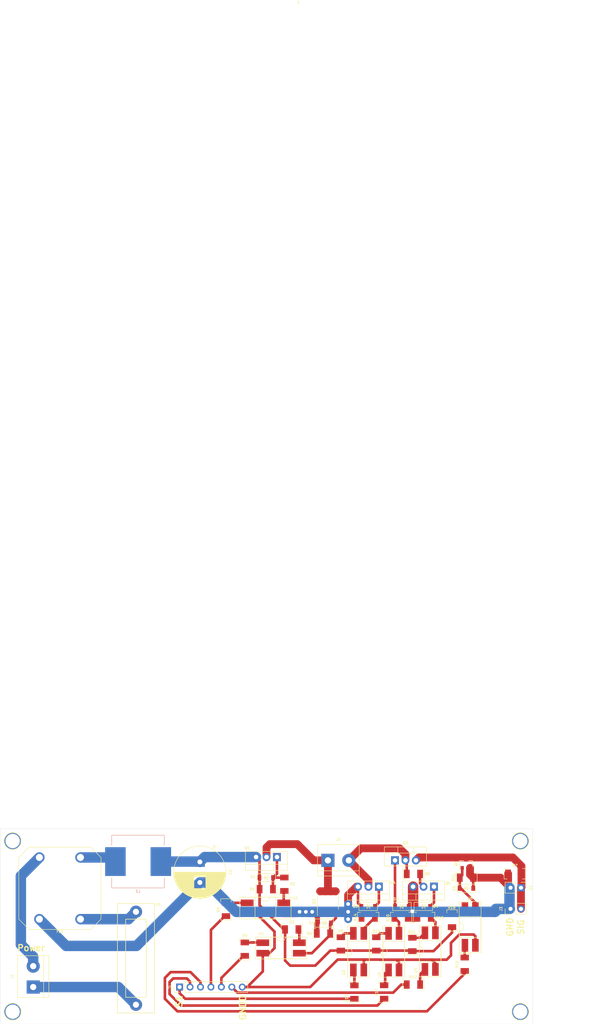
<source format=kicad_pcb>
(kicad_pcb (version 20171130) (host pcbnew "(5.1.4)-1")

  (general
    (thickness 1.6)
    (drawings 12)
    (tracks 253)
    (zones 0)
    (modules 51)
    (nets 36)
  )

  (page A4)
  (layers
    (0 F.Cu signal)
    (31 B.Cu signal)
    (32 B.Adhes user hide)
    (33 F.Adhes user hide)
    (34 B.Paste user hide)
    (35 F.Paste user hide)
    (36 B.SilkS user)
    (37 F.SilkS user)
    (38 B.Mask user hide)
    (39 F.Mask user hide)
    (40 Dwgs.User user)
    (41 Cmts.User user hide)
    (42 Eco1.User user hide)
    (43 Eco2.User user hide)
    (44 Edge.Cuts user)
    (45 Margin user hide)
    (46 B.CrtYd user hide)
    (47 F.CrtYd user)
    (48 B.Fab user hide)
    (49 F.Fab user hide)
  )

  (setup
    (last_trace_width 0.25)
    (user_trace_width 0.254)
    (user_trace_width 0.381)
    (user_trace_width 0.508)
    (user_trace_width 0.635)
    (user_trace_width 1.27)
    (user_trace_width 1.905)
    (user_trace_width 2.54)
    (trace_clearance 0.2)
    (zone_clearance 0.635)
    (zone_45_only no)
    (trace_min 0.2)
    (via_size 0.8)
    (via_drill 0.4)
    (via_min_size 0.4)
    (via_min_drill 0.3)
    (user_via 0.6096 0.3048)
    (user_via 1.27 0.9144)
    (uvia_size 0.3)
    (uvia_drill 0.1)
    (uvias_allowed no)
    (uvia_min_size 0.2)
    (uvia_min_drill 0.1)
    (edge_width 0.05)
    (segment_width 0.2)
    (pcb_text_width 0.3)
    (pcb_text_size 1.5 1.5)
    (mod_edge_width 0.12)
    (mod_text_size 1 1)
    (mod_text_width 0.15)
    (pad_size 4 4)
    (pad_drill 3.5)
    (pad_to_mask_clearance 0)
    (aux_axis_origin 0 0)
    (visible_elements 7FFFFFFF)
    (pcbplotparams
      (layerselection 0x010e0_ffffffff)
      (usegerberextensions false)
      (usegerberattributes false)
      (usegerberadvancedattributes false)
      (creategerberjobfile false)
      (excludeedgelayer true)
      (linewidth 0.100000)
      (plotframeref false)
      (viasonmask false)
      (mode 1)
      (useauxorigin false)
      (hpglpennumber 1)
      (hpglpenspeed 20)
      (hpglpendiameter 15.000000)
      (psnegative false)
      (psa4output false)
      (plotreference true)
      (plotvalue true)
      (plotinvisibletext false)
      (padsonsilk false)
      (subtractmaskfromsilk false)
      (outputformat 1)
      (mirror false)
      (drillshape 0)
      (scaleselection 1)
      (outputdirectory ""))
  )

  (net 0 "")
  (net 1 +12V)
  (net 2 GNDA)
  (net 3 "Net-(C1-Pad1)")
  (net 4 "Net-(D1-Pad2)")
  (net 5 "Net-(D2-Pad1)")
  (net 6 "Net-(D3-Pad1)")
  (net 7 "Net-(F1-Pad1)")
  (net 8 "Net-(F1-Pad2)")
  (net 9 "Net-(J2-Pad1)")
  (net 10 "Net-(J2-Pad2)")
  (net 11 S1_FET)
  (net 12 S6_FET)
  (net 13 S5_FET)
  (net 14 S4_FET)
  (net 15 S3_FET)
  (net 16 S2_FET)
  (net 17 "Net-(D4-Pad1)")
  (net 18 "Net-(D5-Pad1)")
  (net 19 "Net-(D6-Pad1)")
  (net 20 "Net-(Q5-Pad2)")
  (net 21 "Net-(R2-Pad2)")
  (net 22 "Net-(R3-Pad1)")
  (net 23 "Net-(R4-Pad2)")
  (net 24 "Net-(R5-Pad2)")
  (net 25 "Net-(R9-Pad1)")
  (net 26 "Net-(R10-Pad2)")
  (net 27 "Net-(R11-Pad1)")
  (net 28 "Net-(R12-Pad2)")
  (net 29 "Net-(R16-Pad1)")
  (net 30 "Net-(R17-Pad2)")
  (net 31 "Net-(R18-Pad1)")
  (net 32 "Net-(R19-Pad2)")
  (net 33 GNDD)
  (net 34 "Net-(FL1-Pad2)")
  (net 35 "Net-(FL1-Pad3)")

  (net_class Default "This is the default net class."
    (clearance 0.2)
    (trace_width 0.25)
    (via_dia 0.8)
    (via_drill 0.4)
    (uvia_dia 0.3)
    (uvia_drill 0.1)
    (add_net +12V)
    (add_net GNDA)
    (add_net GNDD)
    (add_net "Net-(C1-Pad1)")
    (add_net "Net-(D1-Pad2)")
    (add_net "Net-(D2-Pad1)")
    (add_net "Net-(D3-Pad1)")
    (add_net "Net-(D4-Pad1)")
    (add_net "Net-(D5-Pad1)")
    (add_net "Net-(D6-Pad1)")
    (add_net "Net-(F1-Pad1)")
    (add_net "Net-(F1-Pad2)")
    (add_net "Net-(FL1-Pad2)")
    (add_net "Net-(FL1-Pad3)")
    (add_net "Net-(J2-Pad1)")
    (add_net "Net-(J2-Pad2)")
    (add_net "Net-(Q5-Pad2)")
    (add_net "Net-(R10-Pad2)")
    (add_net "Net-(R11-Pad1)")
    (add_net "Net-(R12-Pad2)")
    (add_net "Net-(R16-Pad1)")
    (add_net "Net-(R17-Pad2)")
    (add_net "Net-(R18-Pad1)")
    (add_net "Net-(R19-Pad2)")
    (add_net "Net-(R2-Pad2)")
    (add_net "Net-(R3-Pad1)")
    (add_net "Net-(R4-Pad2)")
    (add_net "Net-(R5-Pad2)")
    (add_net "Net-(R9-Pad1)")
    (add_net S1_FET)
    (add_net S2_FET)
    (add_net S3_FET)
    (add_net S4_FET)
    (add_net S5_FET)
    (add_net S6_FET)
  )

  (module Mylib_Footprints:Choke1 (layer F.Cu) (tedit 6062FC86) (tstamp 606F1171)
    (at 73 55.5 180)
    (path /6071820A)
    (fp_text reference FL1 (at 0 -10.5) (layer F.SilkS)
      (effects (font (size 0.635 0.635) (thickness 0.127)))
    )
    (fp_text value EMI_Filter_CommonMode (at 0 -12) (layer F.Fab)
      (effects (font (size 1 1) (thickness 0.15)))
    )
    (fp_line (start -10 0) (end -10 -7.5) (layer F.SilkS) (width 0.12))
    (fp_line (start -10 -7.5) (end -7.5 -10) (layer F.SilkS) (width 0.12))
    (fp_line (start -7.5 -10) (end 7.5 -10) (layer F.SilkS) (width 0.12))
    (fp_line (start 7.5 -10) (end 10 -7.5) (layer F.SilkS) (width 0.12))
    (fp_line (start 10 -7.5) (end 10 7.5) (layer F.SilkS) (width 0.12))
    (fp_line (start 10 7.5) (end 7.5 10) (layer F.SilkS) (width 0.12))
    (fp_line (start 7.5 10) (end -7.5 10) (layer F.SilkS) (width 0.12))
    (fp_line (start -7.5 10) (end -10 7.5) (layer F.SilkS) (width 0.12))
    (fp_line (start -10 7.5) (end -10 0) (layer F.SilkS) (width 0.12))
    (pad 2 thru_hole circle (at -5 7.5 180) (size 2.5 2.5) (drill 1.7) (layers *.Cu *.Mask)
      (net 34 "Net-(FL1-Pad2)"))
    (pad 1 thru_hole circle (at -5 -7.5 180) (size 2.5 2.5) (drill 1.7) (layers *.Cu *.Mask)
      (net 7 "Net-(F1-Pad1)"))
    (pad 3 thru_hole circle (at 5 7.5 180) (size 2.5 2.5) (drill 1.7) (layers *.Cu *.Mask)
      (net 35 "Net-(FL1-Pad3)"))
    (pad 4 thru_hole circle (at 5 -7.5 180) (size 2.5 2.5) (drill 1.7) (layers *.Cu *.Mask)
      (net 2 GNDA))
  )

  (module Mylib_Footprints:Fuse_Holder-PTF15 (layer F.Cu) (tedit 5D8F0FAC) (tstamp 606B3254)
    (at 91.5 72.5 270)
    (path /61299E10)
    (fp_text reference F1 (at -13 -5.5 180) (layer F.SilkS)
      (effects (font (size 0.635 0.635) (thickness 0.127)))
    )
    (fp_text value Fuse (at 0 -7.5 90) (layer F.Fab)
      (effects (font (size 1 1) (thickness 0.15)))
    )
    (fp_line (start -11.3 -4.5) (end 11.2 -4.5) (layer F.SilkS) (width 0.15))
    (fp_line (start -11.3 4.5) (end 11.2 4.5) (layer F.SilkS) (width 0.15))
    (fp_line (start -11.3 -4.5) (end -13.3 -4.5) (layer F.SilkS) (width 0.15))
    (fp_line (start -13.3 -4.5) (end -13.3 4.5) (layer F.SilkS) (width 0.15))
    (fp_line (start -13.3 4.5) (end -11.3 4.5) (layer F.SilkS) (width 0.15))
    (fp_line (start 11.2 4.5) (end 13.3 4.5) (layer F.SilkS) (width 0.15))
    (fp_line (start 13.3 4.5) (end 13.3 -4.5) (layer F.SilkS) (width 0.15))
    (fp_line (start 13.3 -4.5) (end 11.2 -4.5) (layer F.SilkS) (width 0.15))
    (fp_line (start -9.5 -2.5) (end -9.5 2.5) (layer F.SilkS) (width 0.15))
    (fp_line (start -9.5 2.5) (end 9.5 2.5) (layer F.SilkS) (width 0.15))
    (fp_line (start 9.5 2.5) (end 9.5 -2.5) (layer F.SilkS) (width 0.15))
    (fp_line (start 9.5 -2.5) (end -9.5 -2.5) (layer F.SilkS) (width 0.15))
    (pad 1 thru_hole circle (at -11.3 0 270) (size 3 3) (drill 1.5) (layers *.Cu *.Mask)
      (net 7 "Net-(F1-Pad1)"))
    (pad 2 thru_hole circle (at 11.3 0 270) (size 3 3) (drill 1.5) (layers *.Cu *.Mask)
      (net 8 "Net-(F1-Pad2)"))
  )

  (module Mylib_Footprints:D_SOD-123 (layer F.Cu) (tedit 5FBE73E7) (tstamp 606B255A)
    (at 137.273 63.938 180)
    (descr SOD-123)
    (tags SOD-123)
    (path /61159D91)
    (attr smd)
    (fp_text reference D2 (at 3.1 0) (layer F.SilkS)
      (effects (font (size 0.635 0.635) (thickness 0.127)))
    )
    (fp_text value 15V (at 0 2.1) (layer F.Fab)
      (effects (font (size 1 1) (thickness 0.15)))
    )
    (fp_line (start 0.3 0.5) (end -0.4 0) (layer F.SilkS) (width 0.12))
    (fp_line (start 0.3 -0.5) (end 0.3 0.5) (layer F.SilkS) (width 0.12))
    (fp_line (start -0.4 0) (end 0.3 -0.5) (layer F.SilkS) (width 0.12))
    (fp_line (start 0.8 0) (end -0.8 0) (layer F.SilkS) (width 0.12))
    (fp_line (start -0.4 -0.6) (end -0.4 0.6) (layer F.SilkS) (width 0.12))
    (fp_line (start 2.25 1) (end 1.65 1) (layer F.SilkS) (width 0.12))
    (fp_line (start 2.25 -1) (end 2.25 1) (layer F.SilkS) (width 0.12))
    (fp_line (start 1.65 -1) (end 2.25 -1) (layer F.SilkS) (width 0.12))
    (fp_line (start -2.25 -1) (end 1.65 -1) (layer F.SilkS) (width 0.12))
    (fp_line (start -2.25 1) (end 1.65 1) (layer F.SilkS) (width 0.12))
    (fp_line (start -2.35 -1.15) (end -2.35 1.15) (layer F.CrtYd) (width 0.05))
    (fp_line (start 2.35 1.15) (end -2.35 1.15) (layer F.CrtYd) (width 0.05))
    (fp_line (start 2.35 -1.15) (end 2.35 1.15) (layer F.CrtYd) (width 0.05))
    (fp_line (start -2.35 -1.15) (end 2.35 -1.15) (layer F.CrtYd) (width 0.05))
    (fp_line (start -1.4 -0.9) (end 1.4 -0.9) (layer F.Fab) (width 0.1))
    (fp_line (start 1.4 -0.9) (end 1.4 0.9) (layer F.Fab) (width 0.1))
    (fp_line (start 1.4 0.9) (end -1.4 0.9) (layer F.Fab) (width 0.1))
    (fp_line (start -1.4 0.9) (end -1.4 -0.9) (layer F.Fab) (width 0.1))
    (fp_line (start -0.75 0) (end -0.35 0) (layer F.Fab) (width 0.1))
    (fp_line (start -0.35 0) (end -0.35 -0.55) (layer F.Fab) (width 0.1))
    (fp_line (start -0.35 0) (end -0.35 0.55) (layer F.Fab) (width 0.1))
    (fp_line (start -0.35 0) (end 0.25 -0.4) (layer F.Fab) (width 0.1))
    (fp_line (start 0.25 -0.4) (end 0.25 0.4) (layer F.Fab) (width 0.1))
    (fp_line (start 0.25 0.4) (end -0.35 0) (layer F.Fab) (width 0.1))
    (fp_line (start 0.25 0) (end 0.75 0) (layer F.Fab) (width 0.1))
    (fp_line (start -2.25 -1) (end -2.25 1) (layer F.SilkS) (width 0.12))
    (fp_text user %R (at 0 -2) (layer F.Fab)
      (effects (font (size 1 1) (thickness 0.15)))
    )
    (pad 2 smd rect (at 1.65 0 180) (size 0.9 1.2) (layers F.Cu F.Paste F.Mask)
      (net 2 GNDA))
    (pad 1 smd rect (at -1.65 0 180) (size 0.9 1.2) (layers F.Cu F.Paste F.Mask)
      (net 5 "Net-(D2-Pad1)"))
    (model ${KISYS3DMOD}/Diode_SMD.3dshapes/D_SOD-123.wrl
      (at (xyz 0 0 0))
      (scale (xyz 1 1 1))
      (rotate (xyz 0 0 0))
    )
  )

  (module Mylib_Footprints:R1206 (layer F.Cu) (tedit 5D8C71D4) (tstamp 606B8711)
    (at 137.1206 66.5 180)
    (path /61B5B57E)
    (fp_text reference R6 (at 3.4 0) (layer F.SilkS)
      (effects (font (size 0.635 0.635) (thickness 0.127)))
    )
    (fp_text value 100k (at -0.1905 -2.921) (layer F.Fab)
      (effects (font (size 1 1) (thickness 0.15)))
    )
    (fp_line (start -2.6035 -1.27) (end -2.6035 1.27) (layer F.SilkS) (width 0.12))
    (fp_line (start -2.6035 1.27) (end -1.8415 1.27) (layer F.SilkS) (width 0.12))
    (fp_line (start -2.6035 -1.27) (end -1.8415 -1.27) (layer F.SilkS) (width 0.12))
    (fp_line (start 2.6035 -1.27) (end 1.8415 -1.27) (layer F.SilkS) (width 0.12))
    (fp_line (start 2.6035 1.27) (end 2.6035 -1.27) (layer F.SilkS) (width 0.12))
    (fp_line (start 2.6035 1.27) (end 1.8415 1.27) (layer F.SilkS) (width 0.12))
    (pad 1 smd rect (at -1.6256 0 180) (size 1.397 2.032) (layers F.Cu F.Paste F.Mask)
      (net 5 "Net-(D2-Pad1)"))
    (pad 2 smd rect (at 1.6256 0 180) (size 1.397 2.032) (layers F.Cu F.Paste F.Mask)
      (net 2 GNDA))
  )

  (module Connector_PinHeader_2.54mm:PinHeader_1x02_P2.54mm_Vertical (layer F.Cu) (tedit 59FED5CC) (tstamp 606B2422)
    (at 185.166 55.356 270)
    (descr "Through hole straight pin header, 1x02, 2.54mm pitch, single row")
    (tags "Through hole pin header THT 1x02 2.54mm single row")
    (path /60437E83)
    (fp_text reference C1 (at 0 -2.33 90) (layer F.SilkS)
      (effects (font (size 0.635 0.635) (thickness 0.127)))
    )
    (fp_text value C_res (at 0 4.87 90) (layer F.Fab)
      (effects (font (size 1 1) (thickness 0.15)))
    )
    (fp_line (start -0.635 -1.27) (end 1.27 -1.27) (layer F.Fab) (width 0.1))
    (fp_line (start 1.27 -1.27) (end 1.27 3.81) (layer F.Fab) (width 0.1))
    (fp_line (start 1.27 3.81) (end -1.27 3.81) (layer F.Fab) (width 0.1))
    (fp_line (start -1.27 3.81) (end -1.27 -0.635) (layer F.Fab) (width 0.1))
    (fp_line (start -1.27 -0.635) (end -0.635 -1.27) (layer F.Fab) (width 0.1))
    (fp_line (start -1.33 3.87) (end 1.33 3.87) (layer F.SilkS) (width 0.12))
    (fp_line (start -1.33 1.27) (end -1.33 3.87) (layer F.SilkS) (width 0.12))
    (fp_line (start 1.33 1.27) (end 1.33 3.87) (layer F.SilkS) (width 0.12))
    (fp_line (start -1.33 1.27) (end 1.33 1.27) (layer F.SilkS) (width 0.12))
    (fp_line (start -1.33 0) (end -1.33 -1.33) (layer F.SilkS) (width 0.12))
    (fp_line (start -1.33 -1.33) (end 0 -1.33) (layer F.SilkS) (width 0.12))
    (fp_line (start -1.8 -1.8) (end -1.8 4.35) (layer F.CrtYd) (width 0.05))
    (fp_line (start -1.8 4.35) (end 1.8 4.35) (layer F.CrtYd) (width 0.05))
    (fp_line (start 1.8 4.35) (end 1.8 -1.8) (layer F.CrtYd) (width 0.05))
    (fp_line (start 1.8 -1.8) (end -1.8 -1.8) (layer F.CrtYd) (width 0.05))
    (fp_text user %R (at 0 1.27) (layer F.Fab)
      (effects (font (size 1 1) (thickness 0.15)))
    )
    (pad 1 thru_hole rect (at 0 0 270) (size 1.7 1.7) (drill 1) (layers *.Cu *.Mask)
      (net 3 "Net-(C1-Pad1)"))
    (pad 2 thru_hole oval (at 0 2.54 270) (size 1.7 1.7) (drill 1) (layers *.Cu *.Mask)
      (net 2 GNDA))
    (model ${KISYS3DMOD}/Connector_PinHeader_2.54mm.3dshapes/PinHeader_1x02_P2.54mm_Vertical.wrl
      (at (xyz 0 0 0))
      (scale (xyz 1 1 1))
      (rotate (xyz 0 0 0))
    )
  )

  (module Capacitor_THT:CP_Radial_D12.5mm_P5.00mm (layer F.Cu) (tedit 5AE50EF1) (tstamp 606B815D)
    (at 107.047 49.079 270)
    (descr "CP, Radial series, Radial, pin pitch=5.00mm, , diameter=12.5mm, Electrolytic Capacitor")
    (tags "CP Radial series Radial pin pitch 5.00mm  diameter 12.5mm Electrolytic Capacitor")
    (path /6138B863)
    (fp_text reference C2 (at 2.5 -7.5 90) (layer F.SilkS)
      (effects (font (size 0.635 0.635) (thickness 0.127)))
    )
    (fp_text value CP (at 2.5 7.5 90) (layer F.Fab)
      (effects (font (size 1 1) (thickness 0.15)))
    )
    (fp_text user %R (at 2.5 0 90) (layer F.Fab)
      (effects (font (size 1 1) (thickness 0.15)))
    )
    (fp_line (start -3.692082 -4.2) (end -3.692082 -2.95) (layer F.SilkS) (width 0.12))
    (fp_line (start -4.317082 -3.575) (end -3.067082 -3.575) (layer F.SilkS) (width 0.12))
    (fp_line (start 8.861 -0.317) (end 8.861 0.317) (layer F.SilkS) (width 0.12))
    (fp_line (start 8.821 -0.757) (end 8.821 0.757) (layer F.SilkS) (width 0.12))
    (fp_line (start 8.781 -1.028) (end 8.781 1.028) (layer F.SilkS) (width 0.12))
    (fp_line (start 8.741 -1.241) (end 8.741 1.241) (layer F.SilkS) (width 0.12))
    (fp_line (start 8.701 -1.422) (end 8.701 1.422) (layer F.SilkS) (width 0.12))
    (fp_line (start 8.661 -1.583) (end 8.661 1.583) (layer F.SilkS) (width 0.12))
    (fp_line (start 8.621 -1.728) (end 8.621 1.728) (layer F.SilkS) (width 0.12))
    (fp_line (start 8.581 -1.861) (end 8.581 1.861) (layer F.SilkS) (width 0.12))
    (fp_line (start 8.541 -1.984) (end 8.541 1.984) (layer F.SilkS) (width 0.12))
    (fp_line (start 8.501 -2.1) (end 8.501 2.1) (layer F.SilkS) (width 0.12))
    (fp_line (start 8.461 -2.209) (end 8.461 2.209) (layer F.SilkS) (width 0.12))
    (fp_line (start 8.421 -2.312) (end 8.421 2.312) (layer F.SilkS) (width 0.12))
    (fp_line (start 8.381 -2.41) (end 8.381 2.41) (layer F.SilkS) (width 0.12))
    (fp_line (start 8.341 -2.504) (end 8.341 2.504) (layer F.SilkS) (width 0.12))
    (fp_line (start 8.301 -2.594) (end 8.301 2.594) (layer F.SilkS) (width 0.12))
    (fp_line (start 8.261 -2.681) (end 8.261 2.681) (layer F.SilkS) (width 0.12))
    (fp_line (start 8.221 -2.764) (end 8.221 2.764) (layer F.SilkS) (width 0.12))
    (fp_line (start 8.181 -2.844) (end 8.181 2.844) (layer F.SilkS) (width 0.12))
    (fp_line (start 8.141 -2.921) (end 8.141 2.921) (layer F.SilkS) (width 0.12))
    (fp_line (start 8.101 -2.996) (end 8.101 2.996) (layer F.SilkS) (width 0.12))
    (fp_line (start 8.061 -3.069) (end 8.061 3.069) (layer F.SilkS) (width 0.12))
    (fp_line (start 8.021 -3.14) (end 8.021 3.14) (layer F.SilkS) (width 0.12))
    (fp_line (start 7.981 -3.208) (end 7.981 3.208) (layer F.SilkS) (width 0.12))
    (fp_line (start 7.941 -3.275) (end 7.941 3.275) (layer F.SilkS) (width 0.12))
    (fp_line (start 7.901 -3.339) (end 7.901 3.339) (layer F.SilkS) (width 0.12))
    (fp_line (start 7.861 -3.402) (end 7.861 3.402) (layer F.SilkS) (width 0.12))
    (fp_line (start 7.821 -3.464) (end 7.821 3.464) (layer F.SilkS) (width 0.12))
    (fp_line (start 7.781 -3.524) (end 7.781 3.524) (layer F.SilkS) (width 0.12))
    (fp_line (start 7.741 -3.583) (end 7.741 3.583) (layer F.SilkS) (width 0.12))
    (fp_line (start 7.701 -3.64) (end 7.701 3.64) (layer F.SilkS) (width 0.12))
    (fp_line (start 7.661 -3.696) (end 7.661 3.696) (layer F.SilkS) (width 0.12))
    (fp_line (start 7.621 -3.75) (end 7.621 3.75) (layer F.SilkS) (width 0.12))
    (fp_line (start 7.581 -3.804) (end 7.581 3.804) (layer F.SilkS) (width 0.12))
    (fp_line (start 7.541 -3.856) (end 7.541 3.856) (layer F.SilkS) (width 0.12))
    (fp_line (start 7.501 -3.907) (end 7.501 3.907) (layer F.SilkS) (width 0.12))
    (fp_line (start 7.461 -3.957) (end 7.461 3.957) (layer F.SilkS) (width 0.12))
    (fp_line (start 7.421 -4.007) (end 7.421 4.007) (layer F.SilkS) (width 0.12))
    (fp_line (start 7.381 -4.055) (end 7.381 4.055) (layer F.SilkS) (width 0.12))
    (fp_line (start 7.341 -4.102) (end 7.341 4.102) (layer F.SilkS) (width 0.12))
    (fp_line (start 7.301 -4.148) (end 7.301 4.148) (layer F.SilkS) (width 0.12))
    (fp_line (start 7.261 -4.194) (end 7.261 4.194) (layer F.SilkS) (width 0.12))
    (fp_line (start 7.221 -4.238) (end 7.221 4.238) (layer F.SilkS) (width 0.12))
    (fp_line (start 7.181 -4.282) (end 7.181 4.282) (layer F.SilkS) (width 0.12))
    (fp_line (start 7.141 -4.325) (end 7.141 4.325) (layer F.SilkS) (width 0.12))
    (fp_line (start 7.101 -4.367) (end 7.101 4.367) (layer F.SilkS) (width 0.12))
    (fp_line (start 7.061 -4.408) (end 7.061 4.408) (layer F.SilkS) (width 0.12))
    (fp_line (start 7.021 -4.449) (end 7.021 4.449) (layer F.SilkS) (width 0.12))
    (fp_line (start 6.981 -4.489) (end 6.981 4.489) (layer F.SilkS) (width 0.12))
    (fp_line (start 6.941 -4.528) (end 6.941 4.528) (layer F.SilkS) (width 0.12))
    (fp_line (start 6.901 -4.567) (end 6.901 4.567) (layer F.SilkS) (width 0.12))
    (fp_line (start 6.861 -4.605) (end 6.861 4.605) (layer F.SilkS) (width 0.12))
    (fp_line (start 6.821 -4.642) (end 6.821 4.642) (layer F.SilkS) (width 0.12))
    (fp_line (start 6.781 -4.678) (end 6.781 4.678) (layer F.SilkS) (width 0.12))
    (fp_line (start 6.741 -4.714) (end 6.741 4.714) (layer F.SilkS) (width 0.12))
    (fp_line (start 6.701 -4.75) (end 6.701 4.75) (layer F.SilkS) (width 0.12))
    (fp_line (start 6.661 -4.785) (end 6.661 4.785) (layer F.SilkS) (width 0.12))
    (fp_line (start 6.621 -4.819) (end 6.621 4.819) (layer F.SilkS) (width 0.12))
    (fp_line (start 6.581 -4.852) (end 6.581 4.852) (layer F.SilkS) (width 0.12))
    (fp_line (start 6.541 -4.885) (end 6.541 4.885) (layer F.SilkS) (width 0.12))
    (fp_line (start 6.501 -4.918) (end 6.501 4.918) (layer F.SilkS) (width 0.12))
    (fp_line (start 6.461 -4.95) (end 6.461 4.95) (layer F.SilkS) (width 0.12))
    (fp_line (start 6.421 1.44) (end 6.421 4.982) (layer F.SilkS) (width 0.12))
    (fp_line (start 6.421 -4.982) (end 6.421 -1.44) (layer F.SilkS) (width 0.12))
    (fp_line (start 6.381 1.44) (end 6.381 5.012) (layer F.SilkS) (width 0.12))
    (fp_line (start 6.381 -5.012) (end 6.381 -1.44) (layer F.SilkS) (width 0.12))
    (fp_line (start 6.341 1.44) (end 6.341 5.043) (layer F.SilkS) (width 0.12))
    (fp_line (start 6.341 -5.043) (end 6.341 -1.44) (layer F.SilkS) (width 0.12))
    (fp_line (start 6.301 1.44) (end 6.301 5.073) (layer F.SilkS) (width 0.12))
    (fp_line (start 6.301 -5.073) (end 6.301 -1.44) (layer F.SilkS) (width 0.12))
    (fp_line (start 6.261 1.44) (end 6.261 5.102) (layer F.SilkS) (width 0.12))
    (fp_line (start 6.261 -5.102) (end 6.261 -1.44) (layer F.SilkS) (width 0.12))
    (fp_line (start 6.221 1.44) (end 6.221 5.131) (layer F.SilkS) (width 0.12))
    (fp_line (start 6.221 -5.131) (end 6.221 -1.44) (layer F.SilkS) (width 0.12))
    (fp_line (start 6.181 1.44) (end 6.181 5.16) (layer F.SilkS) (width 0.12))
    (fp_line (start 6.181 -5.16) (end 6.181 -1.44) (layer F.SilkS) (width 0.12))
    (fp_line (start 6.141 1.44) (end 6.141 5.188) (layer F.SilkS) (width 0.12))
    (fp_line (start 6.141 -5.188) (end 6.141 -1.44) (layer F.SilkS) (width 0.12))
    (fp_line (start 6.101 1.44) (end 6.101 5.216) (layer F.SilkS) (width 0.12))
    (fp_line (start 6.101 -5.216) (end 6.101 -1.44) (layer F.SilkS) (width 0.12))
    (fp_line (start 6.061 1.44) (end 6.061 5.243) (layer F.SilkS) (width 0.12))
    (fp_line (start 6.061 -5.243) (end 6.061 -1.44) (layer F.SilkS) (width 0.12))
    (fp_line (start 6.021 1.44) (end 6.021 5.27) (layer F.SilkS) (width 0.12))
    (fp_line (start 6.021 -5.27) (end 6.021 -1.44) (layer F.SilkS) (width 0.12))
    (fp_line (start 5.981 1.44) (end 5.981 5.296) (layer F.SilkS) (width 0.12))
    (fp_line (start 5.981 -5.296) (end 5.981 -1.44) (layer F.SilkS) (width 0.12))
    (fp_line (start 5.941 1.44) (end 5.941 5.322) (layer F.SilkS) (width 0.12))
    (fp_line (start 5.941 -5.322) (end 5.941 -1.44) (layer F.SilkS) (width 0.12))
    (fp_line (start 5.901 1.44) (end 5.901 5.347) (layer F.SilkS) (width 0.12))
    (fp_line (start 5.901 -5.347) (end 5.901 -1.44) (layer F.SilkS) (width 0.12))
    (fp_line (start 5.861 1.44) (end 5.861 5.372) (layer F.SilkS) (width 0.12))
    (fp_line (start 5.861 -5.372) (end 5.861 -1.44) (layer F.SilkS) (width 0.12))
    (fp_line (start 5.821 1.44) (end 5.821 5.397) (layer F.SilkS) (width 0.12))
    (fp_line (start 5.821 -5.397) (end 5.821 -1.44) (layer F.SilkS) (width 0.12))
    (fp_line (start 5.781 1.44) (end 5.781 5.421) (layer F.SilkS) (width 0.12))
    (fp_line (start 5.781 -5.421) (end 5.781 -1.44) (layer F.SilkS) (width 0.12))
    (fp_line (start 5.741 1.44) (end 5.741 5.445) (layer F.SilkS) (width 0.12))
    (fp_line (start 5.741 -5.445) (end 5.741 -1.44) (layer F.SilkS) (width 0.12))
    (fp_line (start 5.701 1.44) (end 5.701 5.468) (layer F.SilkS) (width 0.12))
    (fp_line (start 5.701 -5.468) (end 5.701 -1.44) (layer F.SilkS) (width 0.12))
    (fp_line (start 5.661 1.44) (end 5.661 5.491) (layer F.SilkS) (width 0.12))
    (fp_line (start 5.661 -5.491) (end 5.661 -1.44) (layer F.SilkS) (width 0.12))
    (fp_line (start 5.621 1.44) (end 5.621 5.514) (layer F.SilkS) (width 0.12))
    (fp_line (start 5.621 -5.514) (end 5.621 -1.44) (layer F.SilkS) (width 0.12))
    (fp_line (start 5.581 1.44) (end 5.581 5.536) (layer F.SilkS) (width 0.12))
    (fp_line (start 5.581 -5.536) (end 5.581 -1.44) (layer F.SilkS) (width 0.12))
    (fp_line (start 5.541 1.44) (end 5.541 5.558) (layer F.SilkS) (width 0.12))
    (fp_line (start 5.541 -5.558) (end 5.541 -1.44) (layer F.SilkS) (width 0.12))
    (fp_line (start 5.501 1.44) (end 5.501 5.58) (layer F.SilkS) (width 0.12))
    (fp_line (start 5.501 -5.58) (end 5.501 -1.44) (layer F.SilkS) (width 0.12))
    (fp_line (start 5.461 1.44) (end 5.461 5.601) (layer F.SilkS) (width 0.12))
    (fp_line (start 5.461 -5.601) (end 5.461 -1.44) (layer F.SilkS) (width 0.12))
    (fp_line (start 5.421 1.44) (end 5.421 5.622) (layer F.SilkS) (width 0.12))
    (fp_line (start 5.421 -5.622) (end 5.421 -1.44) (layer F.SilkS) (width 0.12))
    (fp_line (start 5.381 1.44) (end 5.381 5.642) (layer F.SilkS) (width 0.12))
    (fp_line (start 5.381 -5.642) (end 5.381 -1.44) (layer F.SilkS) (width 0.12))
    (fp_line (start 5.341 1.44) (end 5.341 5.662) (layer F.SilkS) (width 0.12))
    (fp_line (start 5.341 -5.662) (end 5.341 -1.44) (layer F.SilkS) (width 0.12))
    (fp_line (start 5.301 1.44) (end 5.301 5.682) (layer F.SilkS) (width 0.12))
    (fp_line (start 5.301 -5.682) (end 5.301 -1.44) (layer F.SilkS) (width 0.12))
    (fp_line (start 5.261 1.44) (end 5.261 5.702) (layer F.SilkS) (width 0.12))
    (fp_line (start 5.261 -5.702) (end 5.261 -1.44) (layer F.SilkS) (width 0.12))
    (fp_line (start 5.221 1.44) (end 5.221 5.721) (layer F.SilkS) (width 0.12))
    (fp_line (start 5.221 -5.721) (end 5.221 -1.44) (layer F.SilkS) (width 0.12))
    (fp_line (start 5.181 1.44) (end 5.181 5.739) (layer F.SilkS) (width 0.12))
    (fp_line (start 5.181 -5.739) (end 5.181 -1.44) (layer F.SilkS) (width 0.12))
    (fp_line (start 5.141 1.44) (end 5.141 5.758) (layer F.SilkS) (width 0.12))
    (fp_line (start 5.141 -5.758) (end 5.141 -1.44) (layer F.SilkS) (width 0.12))
    (fp_line (start 5.101 1.44) (end 5.101 5.776) (layer F.SilkS) (width 0.12))
    (fp_line (start 5.101 -5.776) (end 5.101 -1.44) (layer F.SilkS) (width 0.12))
    (fp_line (start 5.061 1.44) (end 5.061 5.793) (layer F.SilkS) (width 0.12))
    (fp_line (start 5.061 -5.793) (end 5.061 -1.44) (layer F.SilkS) (width 0.12))
    (fp_line (start 5.021 1.44) (end 5.021 5.811) (layer F.SilkS) (width 0.12))
    (fp_line (start 5.021 -5.811) (end 5.021 -1.44) (layer F.SilkS) (width 0.12))
    (fp_line (start 4.981 1.44) (end 4.981 5.828) (layer F.SilkS) (width 0.12))
    (fp_line (start 4.981 -5.828) (end 4.981 -1.44) (layer F.SilkS) (width 0.12))
    (fp_line (start 4.941 1.44) (end 4.941 5.845) (layer F.SilkS) (width 0.12))
    (fp_line (start 4.941 -5.845) (end 4.941 -1.44) (layer F.SilkS) (width 0.12))
    (fp_line (start 4.901 1.44) (end 4.901 5.861) (layer F.SilkS) (width 0.12))
    (fp_line (start 4.901 -5.861) (end 4.901 -1.44) (layer F.SilkS) (width 0.12))
    (fp_line (start 4.861 1.44) (end 4.861 5.877) (layer F.SilkS) (width 0.12))
    (fp_line (start 4.861 -5.877) (end 4.861 -1.44) (layer F.SilkS) (width 0.12))
    (fp_line (start 4.821 1.44) (end 4.821 5.893) (layer F.SilkS) (width 0.12))
    (fp_line (start 4.821 -5.893) (end 4.821 -1.44) (layer F.SilkS) (width 0.12))
    (fp_line (start 4.781 1.44) (end 4.781 5.908) (layer F.SilkS) (width 0.12))
    (fp_line (start 4.781 -5.908) (end 4.781 -1.44) (layer F.SilkS) (width 0.12))
    (fp_line (start 4.741 1.44) (end 4.741 5.924) (layer F.SilkS) (width 0.12))
    (fp_line (start 4.741 -5.924) (end 4.741 -1.44) (layer F.SilkS) (width 0.12))
    (fp_line (start 4.701 1.44) (end 4.701 5.939) (layer F.SilkS) (width 0.12))
    (fp_line (start 4.701 -5.939) (end 4.701 -1.44) (layer F.SilkS) (width 0.12))
    (fp_line (start 4.661 1.44) (end 4.661 5.953) (layer F.SilkS) (width 0.12))
    (fp_line (start 4.661 -5.953) (end 4.661 -1.44) (layer F.SilkS) (width 0.12))
    (fp_line (start 4.621 1.44) (end 4.621 5.967) (layer F.SilkS) (width 0.12))
    (fp_line (start 4.621 -5.967) (end 4.621 -1.44) (layer F.SilkS) (width 0.12))
    (fp_line (start 4.581 1.44) (end 4.581 5.981) (layer F.SilkS) (width 0.12))
    (fp_line (start 4.581 -5.981) (end 4.581 -1.44) (layer F.SilkS) (width 0.12))
    (fp_line (start 4.541 1.44) (end 4.541 5.995) (layer F.SilkS) (width 0.12))
    (fp_line (start 4.541 -5.995) (end 4.541 -1.44) (layer F.SilkS) (width 0.12))
    (fp_line (start 4.501 1.44) (end 4.501 6.008) (layer F.SilkS) (width 0.12))
    (fp_line (start 4.501 -6.008) (end 4.501 -1.44) (layer F.SilkS) (width 0.12))
    (fp_line (start 4.461 1.44) (end 4.461 6.021) (layer F.SilkS) (width 0.12))
    (fp_line (start 4.461 -6.021) (end 4.461 -1.44) (layer F.SilkS) (width 0.12))
    (fp_line (start 4.421 1.44) (end 4.421 6.034) (layer F.SilkS) (width 0.12))
    (fp_line (start 4.421 -6.034) (end 4.421 -1.44) (layer F.SilkS) (width 0.12))
    (fp_line (start 4.381 1.44) (end 4.381 6.047) (layer F.SilkS) (width 0.12))
    (fp_line (start 4.381 -6.047) (end 4.381 -1.44) (layer F.SilkS) (width 0.12))
    (fp_line (start 4.341 1.44) (end 4.341 6.059) (layer F.SilkS) (width 0.12))
    (fp_line (start 4.341 -6.059) (end 4.341 -1.44) (layer F.SilkS) (width 0.12))
    (fp_line (start 4.301 1.44) (end 4.301 6.071) (layer F.SilkS) (width 0.12))
    (fp_line (start 4.301 -6.071) (end 4.301 -1.44) (layer F.SilkS) (width 0.12))
    (fp_line (start 4.261 1.44) (end 4.261 6.083) (layer F.SilkS) (width 0.12))
    (fp_line (start 4.261 -6.083) (end 4.261 -1.44) (layer F.SilkS) (width 0.12))
    (fp_line (start 4.221 1.44) (end 4.221 6.094) (layer F.SilkS) (width 0.12))
    (fp_line (start 4.221 -6.094) (end 4.221 -1.44) (layer F.SilkS) (width 0.12))
    (fp_line (start 4.181 1.44) (end 4.181 6.105) (layer F.SilkS) (width 0.12))
    (fp_line (start 4.181 -6.105) (end 4.181 -1.44) (layer F.SilkS) (width 0.12))
    (fp_line (start 4.141 1.44) (end 4.141 6.116) (layer F.SilkS) (width 0.12))
    (fp_line (start 4.141 -6.116) (end 4.141 -1.44) (layer F.SilkS) (width 0.12))
    (fp_line (start 4.101 1.44) (end 4.101 6.126) (layer F.SilkS) (width 0.12))
    (fp_line (start 4.101 -6.126) (end 4.101 -1.44) (layer F.SilkS) (width 0.12))
    (fp_line (start 4.061 1.44) (end 4.061 6.137) (layer F.SilkS) (width 0.12))
    (fp_line (start 4.061 -6.137) (end 4.061 -1.44) (layer F.SilkS) (width 0.12))
    (fp_line (start 4.021 1.44) (end 4.021 6.146) (layer F.SilkS) (width 0.12))
    (fp_line (start 4.021 -6.146) (end 4.021 -1.44) (layer F.SilkS) (width 0.12))
    (fp_line (start 3.981 1.44) (end 3.981 6.156) (layer F.SilkS) (width 0.12))
    (fp_line (start 3.981 -6.156) (end 3.981 -1.44) (layer F.SilkS) (width 0.12))
    (fp_line (start 3.941 1.44) (end 3.941 6.166) (layer F.SilkS) (width 0.12))
    (fp_line (start 3.941 -6.166) (end 3.941 -1.44) (layer F.SilkS) (width 0.12))
    (fp_line (start 3.901 1.44) (end 3.901 6.175) (layer F.SilkS) (width 0.12))
    (fp_line (start 3.901 -6.175) (end 3.901 -1.44) (layer F.SilkS) (width 0.12))
    (fp_line (start 3.861 1.44) (end 3.861 6.184) (layer F.SilkS) (width 0.12))
    (fp_line (start 3.861 -6.184) (end 3.861 -1.44) (layer F.SilkS) (width 0.12))
    (fp_line (start 3.821 1.44) (end 3.821 6.192) (layer F.SilkS) (width 0.12))
    (fp_line (start 3.821 -6.192) (end 3.821 -1.44) (layer F.SilkS) (width 0.12))
    (fp_line (start 3.781 1.44) (end 3.781 6.201) (layer F.SilkS) (width 0.12))
    (fp_line (start 3.781 -6.201) (end 3.781 -1.44) (layer F.SilkS) (width 0.12))
    (fp_line (start 3.741 1.44) (end 3.741 6.209) (layer F.SilkS) (width 0.12))
    (fp_line (start 3.741 -6.209) (end 3.741 -1.44) (layer F.SilkS) (width 0.12))
    (fp_line (start 3.701 1.44) (end 3.701 6.216) (layer F.SilkS) (width 0.12))
    (fp_line (start 3.701 -6.216) (end 3.701 -1.44) (layer F.SilkS) (width 0.12))
    (fp_line (start 3.661 1.44) (end 3.661 6.224) (layer F.SilkS) (width 0.12))
    (fp_line (start 3.661 -6.224) (end 3.661 -1.44) (layer F.SilkS) (width 0.12))
    (fp_line (start 3.621 1.44) (end 3.621 6.231) (layer F.SilkS) (width 0.12))
    (fp_line (start 3.621 -6.231) (end 3.621 -1.44) (layer F.SilkS) (width 0.12))
    (fp_line (start 3.581 1.44) (end 3.581 6.238) (layer F.SilkS) (width 0.12))
    (fp_line (start 3.581 -6.238) (end 3.581 -1.44) (layer F.SilkS) (width 0.12))
    (fp_line (start 3.541 -6.245) (end 3.541 6.245) (layer F.SilkS) (width 0.12))
    (fp_line (start 3.501 -6.252) (end 3.501 6.252) (layer F.SilkS) (width 0.12))
    (fp_line (start 3.461 -6.258) (end 3.461 6.258) (layer F.SilkS) (width 0.12))
    (fp_line (start 3.421 -6.264) (end 3.421 6.264) (layer F.SilkS) (width 0.12))
    (fp_line (start 3.381 -6.269) (end 3.381 6.269) (layer F.SilkS) (width 0.12))
    (fp_line (start 3.341 -6.275) (end 3.341 6.275) (layer F.SilkS) (width 0.12))
    (fp_line (start 3.301 -6.28) (end 3.301 6.28) (layer F.SilkS) (width 0.12))
    (fp_line (start 3.261 -6.285) (end 3.261 6.285) (layer F.SilkS) (width 0.12))
    (fp_line (start 3.221 -6.29) (end 3.221 6.29) (layer F.SilkS) (width 0.12))
    (fp_line (start 3.18 -6.294) (end 3.18 6.294) (layer F.SilkS) (width 0.12))
    (fp_line (start 3.14 -6.298) (end 3.14 6.298) (layer F.SilkS) (width 0.12))
    (fp_line (start 3.1 -6.302) (end 3.1 6.302) (layer F.SilkS) (width 0.12))
    (fp_line (start 3.06 -6.306) (end 3.06 6.306) (layer F.SilkS) (width 0.12))
    (fp_line (start 3.02 -6.309) (end 3.02 6.309) (layer F.SilkS) (width 0.12))
    (fp_line (start 2.98 -6.312) (end 2.98 6.312) (layer F.SilkS) (width 0.12))
    (fp_line (start 2.94 -6.315) (end 2.94 6.315) (layer F.SilkS) (width 0.12))
    (fp_line (start 2.9 -6.318) (end 2.9 6.318) (layer F.SilkS) (width 0.12))
    (fp_line (start 2.86 -6.32) (end 2.86 6.32) (layer F.SilkS) (width 0.12))
    (fp_line (start 2.82 -6.322) (end 2.82 6.322) (layer F.SilkS) (width 0.12))
    (fp_line (start 2.78 -6.324) (end 2.78 6.324) (layer F.SilkS) (width 0.12))
    (fp_line (start 2.74 -6.326) (end 2.74 6.326) (layer F.SilkS) (width 0.12))
    (fp_line (start 2.7 -6.327) (end 2.7 6.327) (layer F.SilkS) (width 0.12))
    (fp_line (start 2.66 -6.328) (end 2.66 6.328) (layer F.SilkS) (width 0.12))
    (fp_line (start 2.62 -6.329) (end 2.62 6.329) (layer F.SilkS) (width 0.12))
    (fp_line (start 2.58 -6.33) (end 2.58 6.33) (layer F.SilkS) (width 0.12))
    (fp_line (start 2.54 -6.33) (end 2.54 6.33) (layer F.SilkS) (width 0.12))
    (fp_line (start 2.5 -6.33) (end 2.5 6.33) (layer F.SilkS) (width 0.12))
    (fp_line (start -2.241489 -3.3625) (end -2.241489 -2.1125) (layer F.Fab) (width 0.1))
    (fp_line (start -2.866489 -2.7375) (end -1.616489 -2.7375) (layer F.Fab) (width 0.1))
    (fp_circle (center 2.5 0) (end 9 0) (layer F.CrtYd) (width 0.05))
    (fp_circle (center 2.5 0) (end 8.87 0) (layer F.SilkS) (width 0.12))
    (fp_circle (center 2.5 0) (end 8.75 0) (layer F.Fab) (width 0.1))
    (pad 2 thru_hole circle (at 5 0 270) (size 2.4 2.4) (drill 1.2) (layers *.Cu *.Mask)
      (net 2 GNDA))
    (pad 1 thru_hole rect (at 0 0 270) (size 2.4 2.4) (drill 1.2) (layers *.Cu *.Mask)
      (net 1 +12V))
    (model ${KISYS3DMOD}/Capacitor_THT.3dshapes/CP_Radial_D12.5mm_P5.00mm.wrl
      (at (xyz 0 0 0))
      (scale (xyz 1 1 1))
      (rotate (xyz 0 0 0))
    )
  )

  (module Mylib_Footprints:D_SOD-123 (layer F.Cu) (tedit 5FBE73E7) (tstamp 606B2539)
    (at 123.2 52.9)
    (descr SOD-123)
    (tags SOD-123)
    (path /619FFC20)
    (attr smd)
    (fp_text reference D1 (at -3.2 -0.2) (layer F.SilkS)
      (effects (font (size 0.635 0.635) (thickness 0.127)))
    )
    (fp_text value 15V (at 0 2.1) (layer F.Fab)
      (effects (font (size 1 1) (thickness 0.15)))
    )
    (fp_line (start 0.3 0.5) (end -0.4 0) (layer F.SilkS) (width 0.12))
    (fp_line (start 0.3 -0.5) (end 0.3 0.5) (layer F.SilkS) (width 0.12))
    (fp_line (start -0.4 0) (end 0.3 -0.5) (layer F.SilkS) (width 0.12))
    (fp_line (start 0.8 0) (end -0.8 0) (layer F.SilkS) (width 0.12))
    (fp_line (start -0.4 -0.6) (end -0.4 0.6) (layer F.SilkS) (width 0.12))
    (fp_line (start 2.25 1) (end 1.65 1) (layer F.SilkS) (width 0.12))
    (fp_line (start 2.25 -1) (end 2.25 1) (layer F.SilkS) (width 0.12))
    (fp_line (start 1.65 -1) (end 2.25 -1) (layer F.SilkS) (width 0.12))
    (fp_line (start -2.25 -1) (end 1.65 -1) (layer F.SilkS) (width 0.12))
    (fp_line (start -2.25 1) (end 1.65 1) (layer F.SilkS) (width 0.12))
    (fp_line (start -2.35 -1.15) (end -2.35 1.15) (layer F.CrtYd) (width 0.05))
    (fp_line (start 2.35 1.15) (end -2.35 1.15) (layer F.CrtYd) (width 0.05))
    (fp_line (start 2.35 -1.15) (end 2.35 1.15) (layer F.CrtYd) (width 0.05))
    (fp_line (start -2.35 -1.15) (end 2.35 -1.15) (layer F.CrtYd) (width 0.05))
    (fp_line (start -1.4 -0.9) (end 1.4 -0.9) (layer F.Fab) (width 0.1))
    (fp_line (start 1.4 -0.9) (end 1.4 0.9) (layer F.Fab) (width 0.1))
    (fp_line (start 1.4 0.9) (end -1.4 0.9) (layer F.Fab) (width 0.1))
    (fp_line (start -1.4 0.9) (end -1.4 -0.9) (layer F.Fab) (width 0.1))
    (fp_line (start -0.75 0) (end -0.35 0) (layer F.Fab) (width 0.1))
    (fp_line (start -0.35 0) (end -0.35 -0.55) (layer F.Fab) (width 0.1))
    (fp_line (start -0.35 0) (end -0.35 0.55) (layer F.Fab) (width 0.1))
    (fp_line (start -0.35 0) (end 0.25 -0.4) (layer F.Fab) (width 0.1))
    (fp_line (start 0.25 -0.4) (end 0.25 0.4) (layer F.Fab) (width 0.1))
    (fp_line (start 0.25 0.4) (end -0.35 0) (layer F.Fab) (width 0.1))
    (fp_line (start 0.25 0) (end 0.75 0) (layer F.Fab) (width 0.1))
    (fp_line (start -2.25 -1) (end -2.25 1) (layer F.SilkS) (width 0.12))
    (fp_text user %R (at 0 -2) (layer F.Fab)
      (effects (font (size 1 1) (thickness 0.15)))
    )
    (pad 2 smd rect (at 1.65 0) (size 0.9 1.2) (layers F.Cu F.Paste F.Mask)
      (net 4 "Net-(D1-Pad2)"))
    (pad 1 smd rect (at -1.65 0) (size 0.9 1.2) (layers F.Cu F.Paste F.Mask)
      (net 1 +12V))
    (model ${KISYS3DMOD}/Diode_SMD.3dshapes/D_SOD-123.wrl
      (at (xyz 0 0 0))
      (scale (xyz 1 1 1))
      (rotate (xyz 0 0 0))
    )
  )

  (module Mylib_Footprints:D_SOD-123 (layer F.Cu) (tedit 5FBE73E7) (tstamp 606B257B)
    (at 148 59.9 180)
    (descr SOD-123)
    (tags SOD-123)
    (path /6116E77A)
    (attr smd)
    (fp_text reference D3 (at 3.1 0) (layer F.SilkS)
      (effects (font (size 0.635 0.635) (thickness 0.127)))
    )
    (fp_text value 15V (at 0 2.1) (layer F.Fab)
      (effects (font (size 1 1) (thickness 0.15)))
    )
    (fp_line (start 0.3 0.5) (end -0.4 0) (layer F.SilkS) (width 0.12))
    (fp_line (start 0.3 -0.5) (end 0.3 0.5) (layer F.SilkS) (width 0.12))
    (fp_line (start -0.4 0) (end 0.3 -0.5) (layer F.SilkS) (width 0.12))
    (fp_line (start 0.8 0) (end -0.8 0) (layer F.SilkS) (width 0.12))
    (fp_line (start -0.4 -0.6) (end -0.4 0.6) (layer F.SilkS) (width 0.12))
    (fp_line (start 2.25 1) (end 1.65 1) (layer F.SilkS) (width 0.12))
    (fp_line (start 2.25 -1) (end 2.25 1) (layer F.SilkS) (width 0.12))
    (fp_line (start 1.65 -1) (end 2.25 -1) (layer F.SilkS) (width 0.12))
    (fp_line (start -2.25 -1) (end 1.65 -1) (layer F.SilkS) (width 0.12))
    (fp_line (start -2.25 1) (end 1.65 1) (layer F.SilkS) (width 0.12))
    (fp_line (start -2.35 -1.15) (end -2.35 1.15) (layer F.CrtYd) (width 0.05))
    (fp_line (start 2.35 1.15) (end -2.35 1.15) (layer F.CrtYd) (width 0.05))
    (fp_line (start 2.35 -1.15) (end 2.35 1.15) (layer F.CrtYd) (width 0.05))
    (fp_line (start -2.35 -1.15) (end 2.35 -1.15) (layer F.CrtYd) (width 0.05))
    (fp_line (start -1.4 -0.9) (end 1.4 -0.9) (layer F.Fab) (width 0.1))
    (fp_line (start 1.4 -0.9) (end 1.4 0.9) (layer F.Fab) (width 0.1))
    (fp_line (start 1.4 0.9) (end -1.4 0.9) (layer F.Fab) (width 0.1))
    (fp_line (start -1.4 0.9) (end -1.4 -0.9) (layer F.Fab) (width 0.1))
    (fp_line (start -0.75 0) (end -0.35 0) (layer F.Fab) (width 0.1))
    (fp_line (start -0.35 0) (end -0.35 -0.55) (layer F.Fab) (width 0.1))
    (fp_line (start -0.35 0) (end -0.35 0.55) (layer F.Fab) (width 0.1))
    (fp_line (start -0.35 0) (end 0.25 -0.4) (layer F.Fab) (width 0.1))
    (fp_line (start 0.25 -0.4) (end 0.25 0.4) (layer F.Fab) (width 0.1))
    (fp_line (start 0.25 0.4) (end -0.35 0) (layer F.Fab) (width 0.1))
    (fp_line (start 0.25 0) (end 0.75 0) (layer F.Fab) (width 0.1))
    (fp_line (start -2.25 -1) (end -2.25 1) (layer F.SilkS) (width 0.12))
    (fp_text user %R (at 0 -2) (layer F.Fab)
      (effects (font (size 1 1) (thickness 0.15)))
    )
    (pad 2 smd rect (at 1.65 0 180) (size 0.9 1.2) (layers F.Cu F.Paste F.Mask)
      (net 2 GNDA))
    (pad 1 smd rect (at -1.65 0 180) (size 0.9 1.2) (layers F.Cu F.Paste F.Mask)
      (net 6 "Net-(D3-Pad1)"))
    (model ${KISYS3DMOD}/Diode_SMD.3dshapes/D_SOD-123.wrl
      (at (xyz 0 0 0))
      (scale (xyz 1 1 1))
      (rotate (xyz 0 0 0))
    )
  )

  (module Mylib_Footprints:D_SOD-123 (layer F.Cu) (tedit 5FBE73E7) (tstamp 606B259C)
    (at 161.4 59.9 180)
    (descr SOD-123)
    (tags SOD-123)
    (path /611A6B39)
    (attr smd)
    (fp_text reference D4 (at -3 0) (layer F.SilkS)
      (effects (font (size 0.635 0.635) (thickness 0.127)))
    )
    (fp_text value 15V (at 0 2.1) (layer F.Fab)
      (effects (font (size 1 1) (thickness 0.15)))
    )
    (fp_text user %R (at 0 -2) (layer F.Fab)
      (effects (font (size 1 1) (thickness 0.15)))
    )
    (fp_line (start -2.25 -1) (end -2.25 1) (layer F.SilkS) (width 0.12))
    (fp_line (start 0.25 0) (end 0.75 0) (layer F.Fab) (width 0.1))
    (fp_line (start 0.25 0.4) (end -0.35 0) (layer F.Fab) (width 0.1))
    (fp_line (start 0.25 -0.4) (end 0.25 0.4) (layer F.Fab) (width 0.1))
    (fp_line (start -0.35 0) (end 0.25 -0.4) (layer F.Fab) (width 0.1))
    (fp_line (start -0.35 0) (end -0.35 0.55) (layer F.Fab) (width 0.1))
    (fp_line (start -0.35 0) (end -0.35 -0.55) (layer F.Fab) (width 0.1))
    (fp_line (start -0.75 0) (end -0.35 0) (layer F.Fab) (width 0.1))
    (fp_line (start -1.4 0.9) (end -1.4 -0.9) (layer F.Fab) (width 0.1))
    (fp_line (start 1.4 0.9) (end -1.4 0.9) (layer F.Fab) (width 0.1))
    (fp_line (start 1.4 -0.9) (end 1.4 0.9) (layer F.Fab) (width 0.1))
    (fp_line (start -1.4 -0.9) (end 1.4 -0.9) (layer F.Fab) (width 0.1))
    (fp_line (start -2.35 -1.15) (end 2.35 -1.15) (layer F.CrtYd) (width 0.05))
    (fp_line (start 2.35 -1.15) (end 2.35 1.15) (layer F.CrtYd) (width 0.05))
    (fp_line (start 2.35 1.15) (end -2.35 1.15) (layer F.CrtYd) (width 0.05))
    (fp_line (start -2.35 -1.15) (end -2.35 1.15) (layer F.CrtYd) (width 0.05))
    (fp_line (start -2.25 1) (end 1.65 1) (layer F.SilkS) (width 0.12))
    (fp_line (start -2.25 -1) (end 1.65 -1) (layer F.SilkS) (width 0.12))
    (fp_line (start 1.65 -1) (end 2.25 -1) (layer F.SilkS) (width 0.12))
    (fp_line (start 2.25 -1) (end 2.25 1) (layer F.SilkS) (width 0.12))
    (fp_line (start 2.25 1) (end 1.65 1) (layer F.SilkS) (width 0.12))
    (fp_line (start -0.4 -0.6) (end -0.4 0.6) (layer F.SilkS) (width 0.12))
    (fp_line (start 0.8 0) (end -0.8 0) (layer F.SilkS) (width 0.12))
    (fp_line (start -0.4 0) (end 0.3 -0.5) (layer F.SilkS) (width 0.12))
    (fp_line (start 0.3 -0.5) (end 0.3 0.5) (layer F.SilkS) (width 0.12))
    (fp_line (start 0.3 0.5) (end -0.4 0) (layer F.SilkS) (width 0.12))
    (pad 1 smd rect (at -1.65 0 180) (size 0.9 1.2) (layers F.Cu F.Paste F.Mask)
      (net 17 "Net-(D4-Pad1)"))
    (pad 2 smd rect (at 1.65 0 180) (size 0.9 1.2) (layers F.Cu F.Paste F.Mask)
      (net 2 GNDA))
    (model ${KISYS3DMOD}/Diode_SMD.3dshapes/D_SOD-123.wrl
      (at (xyz 0 0 0))
      (scale (xyz 1 1 1))
      (rotate (xyz 0 0 0))
    )
  )

  (module Mylib_Footprints:D_SOD-123 (layer F.Cu) (tedit 5FBE73E7) (tstamp 606B25BD)
    (at 156.2 59.9)
    (descr SOD-123)
    (tags SOD-123)
    (path /611E980C)
    (attr smd)
    (fp_text reference D5 (at -1.4 -1.8) (layer F.SilkS)
      (effects (font (size 0.635 0.635) (thickness 0.127)))
    )
    (fp_text value 15V (at 0 2.1) (layer F.Fab)
      (effects (font (size 1 1) (thickness 0.15)))
    )
    (fp_text user %R (at 0 -2) (layer F.Fab)
      (effects (font (size 1 1) (thickness 0.15)))
    )
    (fp_line (start -2.25 -1) (end -2.25 1) (layer F.SilkS) (width 0.12))
    (fp_line (start 0.25 0) (end 0.75 0) (layer F.Fab) (width 0.1))
    (fp_line (start 0.25 0.4) (end -0.35 0) (layer F.Fab) (width 0.1))
    (fp_line (start 0.25 -0.4) (end 0.25 0.4) (layer F.Fab) (width 0.1))
    (fp_line (start -0.35 0) (end 0.25 -0.4) (layer F.Fab) (width 0.1))
    (fp_line (start -0.35 0) (end -0.35 0.55) (layer F.Fab) (width 0.1))
    (fp_line (start -0.35 0) (end -0.35 -0.55) (layer F.Fab) (width 0.1))
    (fp_line (start -0.75 0) (end -0.35 0) (layer F.Fab) (width 0.1))
    (fp_line (start -1.4 0.9) (end -1.4 -0.9) (layer F.Fab) (width 0.1))
    (fp_line (start 1.4 0.9) (end -1.4 0.9) (layer F.Fab) (width 0.1))
    (fp_line (start 1.4 -0.9) (end 1.4 0.9) (layer F.Fab) (width 0.1))
    (fp_line (start -1.4 -0.9) (end 1.4 -0.9) (layer F.Fab) (width 0.1))
    (fp_line (start -2.35 -1.15) (end 2.35 -1.15) (layer F.CrtYd) (width 0.05))
    (fp_line (start 2.35 -1.15) (end 2.35 1.15) (layer F.CrtYd) (width 0.05))
    (fp_line (start 2.35 1.15) (end -2.35 1.15) (layer F.CrtYd) (width 0.05))
    (fp_line (start -2.35 -1.15) (end -2.35 1.15) (layer F.CrtYd) (width 0.05))
    (fp_line (start -2.25 1) (end 1.65 1) (layer F.SilkS) (width 0.12))
    (fp_line (start -2.25 -1) (end 1.65 -1) (layer F.SilkS) (width 0.12))
    (fp_line (start 1.65 -1) (end 2.25 -1) (layer F.SilkS) (width 0.12))
    (fp_line (start 2.25 -1) (end 2.25 1) (layer F.SilkS) (width 0.12))
    (fp_line (start 2.25 1) (end 1.65 1) (layer F.SilkS) (width 0.12))
    (fp_line (start -0.4 -0.6) (end -0.4 0.6) (layer F.SilkS) (width 0.12))
    (fp_line (start 0.8 0) (end -0.8 0) (layer F.SilkS) (width 0.12))
    (fp_line (start -0.4 0) (end 0.3 -0.5) (layer F.SilkS) (width 0.12))
    (fp_line (start 0.3 -0.5) (end 0.3 0.5) (layer F.SilkS) (width 0.12))
    (fp_line (start 0.3 0.5) (end -0.4 0) (layer F.SilkS) (width 0.12))
    (pad 1 smd rect (at -1.65 0) (size 0.9 1.2) (layers F.Cu F.Paste F.Mask)
      (net 18 "Net-(D5-Pad1)"))
    (pad 2 smd rect (at 1.65 0) (size 0.9 1.2) (layers F.Cu F.Paste F.Mask)
      (net 2 GNDA))
    (model ${KISYS3DMOD}/Diode_SMD.3dshapes/D_SOD-123.wrl
      (at (xyz 0 0 0))
      (scale (xyz 1 1 1))
      (rotate (xyz 0 0 0))
    )
  )

  (module Mylib_Footprints:D_SOD-123 (layer F.Cu) (tedit 5FBE73E7) (tstamp 606B25DE)
    (at 171.9 55.508)
    (descr SOD-123)
    (tags SOD-123)
    (path /61219E4B)
    (attr smd)
    (fp_text reference D6 (at -3 0 90) (layer F.SilkS)
      (effects (font (size 0.635 0.635) (thickness 0.127)))
    )
    (fp_text value 15V (at 0 2.1) (layer F.Fab)
      (effects (font (size 1 1) (thickness 0.15)))
    )
    (fp_text user %R (at 0 -2) (layer F.Fab)
      (effects (font (size 1 1) (thickness 0.15)))
    )
    (fp_line (start -2.25 -1) (end -2.25 1) (layer F.SilkS) (width 0.12))
    (fp_line (start 0.25 0) (end 0.75 0) (layer F.Fab) (width 0.1))
    (fp_line (start 0.25 0.4) (end -0.35 0) (layer F.Fab) (width 0.1))
    (fp_line (start 0.25 -0.4) (end 0.25 0.4) (layer F.Fab) (width 0.1))
    (fp_line (start -0.35 0) (end 0.25 -0.4) (layer F.Fab) (width 0.1))
    (fp_line (start -0.35 0) (end -0.35 0.55) (layer F.Fab) (width 0.1))
    (fp_line (start -0.35 0) (end -0.35 -0.55) (layer F.Fab) (width 0.1))
    (fp_line (start -0.75 0) (end -0.35 0) (layer F.Fab) (width 0.1))
    (fp_line (start -1.4 0.9) (end -1.4 -0.9) (layer F.Fab) (width 0.1))
    (fp_line (start 1.4 0.9) (end -1.4 0.9) (layer F.Fab) (width 0.1))
    (fp_line (start 1.4 -0.9) (end 1.4 0.9) (layer F.Fab) (width 0.1))
    (fp_line (start -1.4 -0.9) (end 1.4 -0.9) (layer F.Fab) (width 0.1))
    (fp_line (start -2.35 -1.15) (end 2.35 -1.15) (layer F.CrtYd) (width 0.05))
    (fp_line (start 2.35 -1.15) (end 2.35 1.15) (layer F.CrtYd) (width 0.05))
    (fp_line (start 2.35 1.15) (end -2.35 1.15) (layer F.CrtYd) (width 0.05))
    (fp_line (start -2.35 -1.15) (end -2.35 1.15) (layer F.CrtYd) (width 0.05))
    (fp_line (start -2.25 1) (end 1.65 1) (layer F.SilkS) (width 0.12))
    (fp_line (start -2.25 -1) (end 1.65 -1) (layer F.SilkS) (width 0.12))
    (fp_line (start 1.65 -1) (end 2.25 -1) (layer F.SilkS) (width 0.12))
    (fp_line (start 2.25 -1) (end 2.25 1) (layer F.SilkS) (width 0.12))
    (fp_line (start 2.25 1) (end 1.65 1) (layer F.SilkS) (width 0.12))
    (fp_line (start -0.4 -0.6) (end -0.4 0.6) (layer F.SilkS) (width 0.12))
    (fp_line (start 0.8 0) (end -0.8 0) (layer F.SilkS) (width 0.12))
    (fp_line (start -0.4 0) (end 0.3 -0.5) (layer F.SilkS) (width 0.12))
    (fp_line (start 0.3 -0.5) (end 0.3 0.5) (layer F.SilkS) (width 0.12))
    (fp_line (start 0.3 0.5) (end -0.4 0) (layer F.SilkS) (width 0.12))
    (pad 1 smd rect (at -1.65 0) (size 0.9 1.2) (layers F.Cu F.Paste F.Mask)
      (net 19 "Net-(D6-Pad1)"))
    (pad 2 smd rect (at 1.65 0) (size 0.9 1.2) (layers F.Cu F.Paste F.Mask)
      (net 2 GNDA))
    (model ${KISYS3DMOD}/Diode_SMD.3dshapes/D_SOD-123.wrl
      (at (xyz 0 0 0))
      (scale (xyz 1 1 1))
      (rotate (xyz 0 0 0))
    )
  )

  (module Mylib_Footprints:TerminalBlock_2pin_Pitch5.08mm (layer F.Cu) (tedit 5D8E48EB) (tstamp 606B263B)
    (at 138.2 48.7)
    (descr "simple 2-pin terminal block, pitch 5.08mm, revamped version of bornier2")
    (tags "terminal block bornier2")
    (path /5F8155C6)
    (fp_text reference J2 (at 2.54 -5.08) (layer F.SilkS)
      (effects (font (size 0.635 0.635) (thickness 0.127)))
    )
    (fp_text value PPM_sensor (at 2.54 5.08) (layer F.Fab)
      (effects (font (size 1 1) (thickness 0.15)))
    )
    (fp_line (start 7.79 4) (end -2.71 4) (layer F.CrtYd) (width 0.05))
    (fp_line (start 7.79 4) (end 7.79 -4) (layer F.CrtYd) (width 0.05))
    (fp_line (start -2.71 -4) (end -2.71 4) (layer F.CrtYd) (width 0.05))
    (fp_line (start -2.71 -4) (end 7.79 -4) (layer F.CrtYd) (width 0.05))
    (fp_line (start -2.54 3.81) (end 7.62 3.81) (layer F.SilkS) (width 0.12))
    (fp_line (start -2.54 -3.81) (end -2.54 3.81) (layer F.SilkS) (width 0.12))
    (fp_line (start 7.62 -3.81) (end -2.54 -3.81) (layer F.SilkS) (width 0.12))
    (fp_line (start 7.62 3.81) (end 7.62 -3.81) (layer F.SilkS) (width 0.12))
    (fp_line (start 7.62 2.54) (end -2.54 2.54) (layer F.SilkS) (width 0.12))
    (fp_line (start 7.54 -3.75) (end -2.46 -3.75) (layer F.Fab) (width 0.1))
    (fp_line (start 7.54 3.75) (end 7.54 -3.75) (layer F.Fab) (width 0.1))
    (fp_line (start -2.46 3.75) (end 7.54 3.75) (layer F.Fab) (width 0.1))
    (fp_line (start -2.46 -3.75) (end -2.46 3.75) (layer F.Fab) (width 0.1))
    (fp_line (start -2.41 2.55) (end 7.49 2.55) (layer F.Fab) (width 0.1))
    (pad 2 thru_hole circle (at 5.08 0) (size 3.2 3.2) (drill 1.52) (layers *.Cu *.Mask)
      (net 10 "Net-(J2-Pad2)"))
    (pad 1 thru_hole rect (at 0 0) (size 3.2 3.2) (drill 1.52) (layers *.Cu *.Mask)
      (net 9 "Net-(J2-Pad1)"))
    (model ${KISYS3DMOD}/Terminal_Blocks.3dshapes/TerminalBlock_bornier-2_P5.08mm.wrl
      (offset (xyz 2.539999961853027 0 0))
      (scale (xyz 1 1 1))
      (rotate (xyz 0 0 0))
    )
  )

  (module Connector_PinHeader_2.54mm:PinHeader_1x02_P2.54mm_Vertical (layer F.Cu) (tedit 59FED5CC) (tstamp 606DFF08)
    (at 182.626 60.5 90)
    (descr "Through hole straight pin header, 1x02, 2.54mm pitch, single row")
    (tags "Through hole pin header THT 1x02 2.54mm single row")
    (path /6246E776)
    (fp_text reference J3 (at 0 -2.33 90) (layer F.SilkS)
      (effects (font (size 0.635 0.635) (thickness 0.127)))
    )
    (fp_text value Signal (at 0 4.87 90) (layer F.Fab)
      (effects (font (size 1 1) (thickness 0.15)))
    )
    (fp_line (start -0.635 -1.27) (end 1.27 -1.27) (layer F.Fab) (width 0.1))
    (fp_line (start 1.27 -1.27) (end 1.27 3.81) (layer F.Fab) (width 0.1))
    (fp_line (start 1.27 3.81) (end -1.27 3.81) (layer F.Fab) (width 0.1))
    (fp_line (start -1.27 3.81) (end -1.27 -0.635) (layer F.Fab) (width 0.1))
    (fp_line (start -1.27 -0.635) (end -0.635 -1.27) (layer F.Fab) (width 0.1))
    (fp_line (start -1.33 3.87) (end 1.33 3.87) (layer F.SilkS) (width 0.12))
    (fp_line (start -1.33 1.27) (end -1.33 3.87) (layer F.SilkS) (width 0.12))
    (fp_line (start 1.33 1.27) (end 1.33 3.87) (layer F.SilkS) (width 0.12))
    (fp_line (start -1.33 1.27) (end 1.33 1.27) (layer F.SilkS) (width 0.12))
    (fp_line (start -1.33 0) (end -1.33 -1.33) (layer F.SilkS) (width 0.12))
    (fp_line (start -1.33 -1.33) (end 0 -1.33) (layer F.SilkS) (width 0.12))
    (fp_line (start -1.8 -1.8) (end -1.8 4.35) (layer F.CrtYd) (width 0.05))
    (fp_line (start -1.8 4.35) (end 1.8 4.35) (layer F.CrtYd) (width 0.05))
    (fp_line (start 1.8 4.35) (end 1.8 -1.8) (layer F.CrtYd) (width 0.05))
    (fp_line (start 1.8 -1.8) (end -1.8 -1.8) (layer F.CrtYd) (width 0.05))
    (fp_text user %R (at 0 1.27) (layer F.Fab)
      (effects (font (size 1 1) (thickness 0.15)))
    )
    (pad 1 thru_hole rect (at 0 0 90) (size 1.7 1.7) (drill 1) (layers *.Cu *.Mask)
      (net 2 GNDA))
    (pad 2 thru_hole oval (at 0 2.54 90) (size 1.7 1.7) (drill 1) (layers *.Cu *.Mask)
      (net 3 "Net-(C1-Pad1)"))
    (model ${KISYS3DMOD}/Connector_PinHeader_2.54mm.3dshapes/PinHeader_1x02_P2.54mm_Vertical.wrl
      (at (xyz 0 0 0))
      (scale (xyz 1 1 1))
      (rotate (xyz 0 0 0))
    )
  )

  (module Package_TO_SOT_THT:TO-220-3_Vertical (layer F.Cu) (tedit 5AC8BA0D) (tstamp 606B41B8)
    (at 125.8 47.9 180)
    (descr "TO-220-3, Vertical, RM 2.54mm, see https://www.vishay.com/docs/66542/to-220-1.pdf")
    (tags "TO-220-3 Vertical RM 2.54mm")
    (path /617EA654)
    (fp_text reference Q1 (at 7.2 2.2) (layer F.SilkS)
      (effects (font (size 0.635 0.635) (thickness 0.127)))
    )
    (fp_text value IRF9640 (at 2.54 2.5) (layer F.Fab)
      (effects (font (size 1 1) (thickness 0.15)))
    )
    (fp_text user %R (at 2.54 -4.27) (layer F.Fab)
      (effects (font (size 1 1) (thickness 0.15)))
    )
    (fp_line (start 7.79 -3.4) (end -2.71 -3.4) (layer F.CrtYd) (width 0.05))
    (fp_line (start 7.79 1.51) (end 7.79 -3.4) (layer F.CrtYd) (width 0.05))
    (fp_line (start -2.71 1.51) (end 7.79 1.51) (layer F.CrtYd) (width 0.05))
    (fp_line (start -2.71 -3.4) (end -2.71 1.51) (layer F.CrtYd) (width 0.05))
    (fp_line (start 4.391 -3.27) (end 4.391 -1.76) (layer F.SilkS) (width 0.12))
    (fp_line (start 0.69 -3.27) (end 0.69 -1.76) (layer F.SilkS) (width 0.12))
    (fp_line (start -2.58 -1.76) (end 7.66 -1.76) (layer F.SilkS) (width 0.12))
    (fp_line (start 7.66 -3.27) (end 7.66 1.371) (layer F.SilkS) (width 0.12))
    (fp_line (start -2.58 -3.27) (end -2.58 1.371) (layer F.SilkS) (width 0.12))
    (fp_line (start -2.58 1.371) (end 7.66 1.371) (layer F.SilkS) (width 0.12))
    (fp_line (start -2.58 -3.27) (end 7.66 -3.27) (layer F.SilkS) (width 0.12))
    (fp_line (start 4.39 -3.15) (end 4.39 -1.88) (layer F.Fab) (width 0.1))
    (fp_line (start 0.69 -3.15) (end 0.69 -1.88) (layer F.Fab) (width 0.1))
    (fp_line (start -2.46 -1.88) (end 7.54 -1.88) (layer F.Fab) (width 0.1))
    (fp_line (start 7.54 -3.15) (end -2.46 -3.15) (layer F.Fab) (width 0.1))
    (fp_line (start 7.54 1.25) (end 7.54 -3.15) (layer F.Fab) (width 0.1))
    (fp_line (start -2.46 1.25) (end 7.54 1.25) (layer F.Fab) (width 0.1))
    (fp_line (start -2.46 -3.15) (end -2.46 1.25) (layer F.Fab) (width 0.1))
    (pad 3 thru_hole oval (at 5.08 0 180) (size 1.905 2) (drill 1.1) (layers *.Cu *.Mask)
      (net 1 +12V))
    (pad 2 thru_hole oval (at 2.54 0 180) (size 1.905 2) (drill 1.1) (layers *.Cu *.Mask)
      (net 9 "Net-(J2-Pad1)"))
    (pad 1 thru_hole rect (at 0 0 180) (size 1.905 2) (drill 1.1) (layers *.Cu *.Mask)
      (net 4 "Net-(D1-Pad2)"))
    (model ${KISYS3DMOD}/Package_TO_SOT_THT.3dshapes/TO-220-3_Vertical.wrl
      (at (xyz 0 0 0))
      (scale (xyz 1 1 1))
      (rotate (xyz 0 0 0))
    )
  )

  (module Package_SO:SOIC-8_3.9x4.9mm_P1.27mm (layer F.Cu) (tedit 5C97300E) (tstamp 606B269B)
    (at 138.2 58.7 90)
    (descr "SOIC, 8 Pin (JEDEC MS-012AA, https://www.analog.com/media/en/package-pcb-resources/package/pkg_pdf/soic_narrow-r/r_8.pdf), generated with kicad-footprint-generator ipc_gullwing_generator.py")
    (tags "SOIC SO")
    (path /612F4F5D)
    (attr smd)
    (fp_text reference Q2 (at 0 -3.4 90) (layer F.SilkS)
      (effects (font (size 0.635 0.635) (thickness 0.127)))
    )
    (fp_text value NTMS4916N (at 0 3.4 90) (layer F.Fab)
      (effects (font (size 1 1) (thickness 0.15)))
    )
    (fp_text user %R (at 0 0 90) (layer F.Fab)
      (effects (font (size 0.98 0.98) (thickness 0.15)))
    )
    (fp_line (start 3.7 -2.7) (end -3.7 -2.7) (layer F.CrtYd) (width 0.05))
    (fp_line (start 3.7 2.7) (end 3.7 -2.7) (layer F.CrtYd) (width 0.05))
    (fp_line (start -3.7 2.7) (end 3.7 2.7) (layer F.CrtYd) (width 0.05))
    (fp_line (start -3.7 -2.7) (end -3.7 2.7) (layer F.CrtYd) (width 0.05))
    (fp_line (start -1.95 -1.475) (end -0.975 -2.45) (layer F.Fab) (width 0.1))
    (fp_line (start -1.95 2.45) (end -1.95 -1.475) (layer F.Fab) (width 0.1))
    (fp_line (start 1.95 2.45) (end -1.95 2.45) (layer F.Fab) (width 0.1))
    (fp_line (start 1.95 -2.45) (end 1.95 2.45) (layer F.Fab) (width 0.1))
    (fp_line (start -0.975 -2.45) (end 1.95 -2.45) (layer F.Fab) (width 0.1))
    (fp_line (start 0 -2.56) (end -3.45 -2.56) (layer F.SilkS) (width 0.12))
    (fp_line (start 0 -2.56) (end 1.95 -2.56) (layer F.SilkS) (width 0.12))
    (fp_line (start 0 2.56) (end -1.95 2.56) (layer F.SilkS) (width 0.12))
    (fp_line (start 0 2.56) (end 1.95 2.56) (layer F.SilkS) (width 0.12))
    (pad 8 smd roundrect (at 2.475 -1.905 90) (size 1.95 0.6) (layers F.Cu F.Paste F.Mask) (roundrect_rratio 0.25)
      (net 9 "Net-(J2-Pad1)"))
    (pad 7 smd roundrect (at 2.475 -0.635 90) (size 1.95 0.6) (layers F.Cu F.Paste F.Mask) (roundrect_rratio 0.25)
      (net 9 "Net-(J2-Pad1)"))
    (pad 6 smd roundrect (at 2.475 0.635 90) (size 1.95 0.6) (layers F.Cu F.Paste F.Mask) (roundrect_rratio 0.25)
      (net 9 "Net-(J2-Pad1)"))
    (pad 5 smd roundrect (at 2.475 1.905 90) (size 1.95 0.6) (layers F.Cu F.Paste F.Mask) (roundrect_rratio 0.25)
      (net 9 "Net-(J2-Pad1)"))
    (pad 4 smd roundrect (at -2.475 1.905 90) (size 1.95 0.6) (layers F.Cu F.Paste F.Mask) (roundrect_rratio 0.25)
      (net 5 "Net-(D2-Pad1)"))
    (pad 3 smd roundrect (at -2.475 0.635 90) (size 1.95 0.6) (layers F.Cu F.Paste F.Mask) (roundrect_rratio 0.25)
      (net 2 GNDA))
    (pad 2 smd roundrect (at -2.475 -0.635 90) (size 1.95 0.6) (layers F.Cu F.Paste F.Mask) (roundrect_rratio 0.25)
      (net 2 GNDA))
    (pad 1 smd roundrect (at -2.475 -1.905 90) (size 1.95 0.6) (layers F.Cu F.Paste F.Mask) (roundrect_rratio 0.25)
      (net 2 GNDA))
    (model ${KISYS3DMOD}/Package_SO.3dshapes/SOIC-8_3.9x4.9mm_P1.27mm.wrl
      (at (xyz 0 0 0))
      (scale (xyz 1 1 1))
      (rotate (xyz 0 0 0))
    )
  )

  (module Package_TO_SOT_THT:TO-220-3_Vertical (layer F.Cu) (tedit 5AC8BA0D) (tstamp 606B26B5)
    (at 154.52 48.7)
    (descr "TO-220-3, Vertical, RM 2.54mm, see https://www.vishay.com/docs/66542/to-220-1.pdf")
    (tags "TO-220-3 Vertical RM 2.54mm")
    (path /61856E7B)
    (fp_text reference Q3 (at 2.54 -4.27) (layer F.SilkS)
      (effects (font (size 0.635 0.635) (thickness 0.127)))
    )
    (fp_text value IRF740 (at 2.54 2.5) (layer F.Fab)
      (effects (font (size 1 1) (thickness 0.15)))
    )
    (fp_line (start -2.46 -3.15) (end -2.46 1.25) (layer F.Fab) (width 0.1))
    (fp_line (start -2.46 1.25) (end 7.54 1.25) (layer F.Fab) (width 0.1))
    (fp_line (start 7.54 1.25) (end 7.54 -3.15) (layer F.Fab) (width 0.1))
    (fp_line (start 7.54 -3.15) (end -2.46 -3.15) (layer F.Fab) (width 0.1))
    (fp_line (start -2.46 -1.88) (end 7.54 -1.88) (layer F.Fab) (width 0.1))
    (fp_line (start 0.69 -3.15) (end 0.69 -1.88) (layer F.Fab) (width 0.1))
    (fp_line (start 4.39 -3.15) (end 4.39 -1.88) (layer F.Fab) (width 0.1))
    (fp_line (start -2.58 -3.27) (end 7.66 -3.27) (layer F.SilkS) (width 0.12))
    (fp_line (start -2.58 1.371) (end 7.66 1.371) (layer F.SilkS) (width 0.12))
    (fp_line (start -2.58 -3.27) (end -2.58 1.371) (layer F.SilkS) (width 0.12))
    (fp_line (start 7.66 -3.27) (end 7.66 1.371) (layer F.SilkS) (width 0.12))
    (fp_line (start -2.58 -1.76) (end 7.66 -1.76) (layer F.SilkS) (width 0.12))
    (fp_line (start 0.69 -3.27) (end 0.69 -1.76) (layer F.SilkS) (width 0.12))
    (fp_line (start 4.391 -3.27) (end 4.391 -1.76) (layer F.SilkS) (width 0.12))
    (fp_line (start -2.71 -3.4) (end -2.71 1.51) (layer F.CrtYd) (width 0.05))
    (fp_line (start -2.71 1.51) (end 7.79 1.51) (layer F.CrtYd) (width 0.05))
    (fp_line (start 7.79 1.51) (end 7.79 -3.4) (layer F.CrtYd) (width 0.05))
    (fp_line (start 7.79 -3.4) (end -2.71 -3.4) (layer F.CrtYd) (width 0.05))
    (fp_text user %R (at 2.54 -4.27) (layer F.Fab)
      (effects (font (size 1 1) (thickness 0.15)))
    )
    (pad 1 thru_hole rect (at 0 0) (size 1.905 2) (drill 1.1) (layers *.Cu *.Mask)
      (net 18 "Net-(D5-Pad1)"))
    (pad 2 thru_hole oval (at 2.54 0) (size 1.905 2) (drill 1.1) (layers *.Cu *.Mask)
      (net 10 "Net-(J2-Pad2)"))
    (pad 3 thru_hole oval (at 5.08 0) (size 1.905 2) (drill 1.1) (layers *.Cu *.Mask)
      (net 3 "Net-(C1-Pad1)"))
    (model ${KISYS3DMOD}/Package_TO_SOT_THT.3dshapes/TO-220-3_Vertical.wrl
      (at (xyz 0 0 0))
      (scale (xyz 1 1 1))
      (rotate (xyz 0 0 0))
    )
  )

  (module Package_TO_SOT_THT:TO-220-3_Vertical (layer F.Cu) (tedit 5AC8BA0D) (tstamp 606B5F95)
    (at 150.6 55.1 180)
    (descr "TO-220-3, Vertical, RM 2.54mm, see https://www.vishay.com/docs/66542/to-220-1.pdf")
    (tags "TO-220-3 Vertical RM 2.54mm")
    (path /617EB6E7)
    (fp_text reference Q4 (at -3.4 1) (layer F.SilkS)
      (effects (font (size 0.635 0.635) (thickness 0.127)))
    )
    (fp_text value IRF640 (at 2.54 2.5) (layer F.Fab)
      (effects (font (size 1 1) (thickness 0.15)))
    )
    (fp_line (start -2.46 -3.15) (end -2.46 1.25) (layer F.Fab) (width 0.1))
    (fp_line (start -2.46 1.25) (end 7.54 1.25) (layer F.Fab) (width 0.1))
    (fp_line (start 7.54 1.25) (end 7.54 -3.15) (layer F.Fab) (width 0.1))
    (fp_line (start 7.54 -3.15) (end -2.46 -3.15) (layer F.Fab) (width 0.1))
    (fp_line (start -2.46 -1.88) (end 7.54 -1.88) (layer F.Fab) (width 0.1))
    (fp_line (start 0.69 -3.15) (end 0.69 -1.88) (layer F.Fab) (width 0.1))
    (fp_line (start 4.39 -3.15) (end 4.39 -1.88) (layer F.Fab) (width 0.1))
    (fp_line (start -2.58 -3.27) (end 7.66 -3.27) (layer F.SilkS) (width 0.12))
    (fp_line (start -2.58 1.371) (end 7.66 1.371) (layer F.SilkS) (width 0.12))
    (fp_line (start -2.58 -3.27) (end -2.58 1.371) (layer F.SilkS) (width 0.12))
    (fp_line (start 7.66 -3.27) (end 7.66 1.371) (layer F.SilkS) (width 0.12))
    (fp_line (start -2.58 -1.76) (end 7.66 -1.76) (layer F.SilkS) (width 0.12))
    (fp_line (start 0.69 -3.27) (end 0.69 -1.76) (layer F.SilkS) (width 0.12))
    (fp_line (start 4.391 -3.27) (end 4.391 -1.76) (layer F.SilkS) (width 0.12))
    (fp_line (start -2.71 -3.4) (end -2.71 1.51) (layer F.CrtYd) (width 0.05))
    (fp_line (start -2.71 1.51) (end 7.79 1.51) (layer F.CrtYd) (width 0.05))
    (fp_line (start 7.79 1.51) (end 7.79 -3.4) (layer F.CrtYd) (width 0.05))
    (fp_line (start 7.79 -3.4) (end -2.71 -3.4) (layer F.CrtYd) (width 0.05))
    (fp_text user %R (at 2.54 -4.27) (layer F.Fab)
      (effects (font (size 1 1) (thickness 0.15)))
    )
    (pad 1 thru_hole rect (at 0 0 180) (size 1.905 2) (drill 1.1) (layers *.Cu *.Mask)
      (net 6 "Net-(D3-Pad1)"))
    (pad 2 thru_hole oval (at 2.54 0 180) (size 1.905 2) (drill 1.1) (layers *.Cu *.Mask)
      (net 10 "Net-(J2-Pad2)"))
    (pad 3 thru_hole oval (at 5.08 0 180) (size 1.905 2) (drill 1.1) (layers *.Cu *.Mask)
      (net 2 GNDA))
    (model ${KISYS3DMOD}/Package_TO_SOT_THT.3dshapes/TO-220-3_Vertical.wrl
      (at (xyz 0 0 0))
      (scale (xyz 1 1 1))
      (rotate (xyz 0 0 0))
    )
  )

  (module Package_TO_SOT_THT:TO-220-3_Vertical (layer F.Cu) (tedit 5AC8BA0D) (tstamp 606C495A)
    (at 164 55.1 180)
    (descr "TO-220-3, Vertical, RM 2.54mm, see https://www.vishay.com/docs/66542/to-220-1.pdf")
    (tags "TO-220-3 Vertical RM 2.54mm")
    (path /617F549D)
    (fp_text reference Q5 (at -3.4 0.8) (layer F.SilkS)
      (effects (font (size 0.635 0.635) (thickness 0.127)))
    )
    (fp_text value IRF740 (at 2.54 2.5) (layer F.Fab)
      (effects (font (size 1 1) (thickness 0.15)))
    )
    (fp_text user %R (at 2.54 -4.27) (layer F.Fab)
      (effects (font (size 1 1) (thickness 0.15)))
    )
    (fp_line (start 7.79 -3.4) (end -2.71 -3.4) (layer F.CrtYd) (width 0.05))
    (fp_line (start 7.79 1.51) (end 7.79 -3.4) (layer F.CrtYd) (width 0.05))
    (fp_line (start -2.71 1.51) (end 7.79 1.51) (layer F.CrtYd) (width 0.05))
    (fp_line (start -2.71 -3.4) (end -2.71 1.51) (layer F.CrtYd) (width 0.05))
    (fp_line (start 4.391 -3.27) (end 4.391 -1.76) (layer F.SilkS) (width 0.12))
    (fp_line (start 0.69 -3.27) (end 0.69 -1.76) (layer F.SilkS) (width 0.12))
    (fp_line (start -2.58 -1.76) (end 7.66 -1.76) (layer F.SilkS) (width 0.12))
    (fp_line (start 7.66 -3.27) (end 7.66 1.371) (layer F.SilkS) (width 0.12))
    (fp_line (start -2.58 -3.27) (end -2.58 1.371) (layer F.SilkS) (width 0.12))
    (fp_line (start -2.58 1.371) (end 7.66 1.371) (layer F.SilkS) (width 0.12))
    (fp_line (start -2.58 -3.27) (end 7.66 -3.27) (layer F.SilkS) (width 0.12))
    (fp_line (start 4.39 -3.15) (end 4.39 -1.88) (layer F.Fab) (width 0.1))
    (fp_line (start 0.69 -3.15) (end 0.69 -1.88) (layer F.Fab) (width 0.1))
    (fp_line (start -2.46 -1.88) (end 7.54 -1.88) (layer F.Fab) (width 0.1))
    (fp_line (start 7.54 -3.15) (end -2.46 -3.15) (layer F.Fab) (width 0.1))
    (fp_line (start 7.54 1.25) (end 7.54 -3.15) (layer F.Fab) (width 0.1))
    (fp_line (start -2.46 1.25) (end 7.54 1.25) (layer F.Fab) (width 0.1))
    (fp_line (start -2.46 -3.15) (end -2.46 1.25) (layer F.Fab) (width 0.1))
    (pad 3 thru_hole oval (at 5.08 0 180) (size 1.905 2) (drill 1.1) (layers *.Cu *.Mask)
      (net 2 GNDA))
    (pad 2 thru_hole oval (at 2.54 0 180) (size 1.905 2) (drill 1.1) (layers *.Cu *.Mask)
      (net 20 "Net-(Q5-Pad2)"))
    (pad 1 thru_hole rect (at 0 0 180) (size 1.905 2) (drill 1.1) (layers *.Cu *.Mask)
      (net 17 "Net-(D4-Pad1)"))
    (model ${KISYS3DMOD}/Package_TO_SOT_THT.3dshapes/TO-220-3_Vertical.wrl
      (at (xyz 0 0 0))
      (scale (xyz 1 1 1))
      (rotate (xyz 0 0 0))
    )
  )

  (module Package_TO_SOT_SMD:SOT-23 (layer F.Cu) (tedit 5A02FF57) (tstamp 606B26FE)
    (at 171.816 49.535 90)
    (descr "SOT-23, Standard")
    (tags SOT-23)
    (path /609375DD)
    (attr smd)
    (fp_text reference Q6 (at 0 -2.5 90) (layer F.SilkS)
      (effects (font (size 0.635 0.635) (thickness 0.127)))
    )
    (fp_text value BSS138 (at 0 2.5 90) (layer F.Fab)
      (effects (font (size 1 1) (thickness 0.15)))
    )
    (fp_line (start 0.76 1.58) (end -0.7 1.58) (layer F.SilkS) (width 0.12))
    (fp_line (start 0.76 -1.58) (end -1.4 -1.58) (layer F.SilkS) (width 0.12))
    (fp_line (start -1.7 1.75) (end -1.7 -1.75) (layer F.CrtYd) (width 0.05))
    (fp_line (start 1.7 1.75) (end -1.7 1.75) (layer F.CrtYd) (width 0.05))
    (fp_line (start 1.7 -1.75) (end 1.7 1.75) (layer F.CrtYd) (width 0.05))
    (fp_line (start -1.7 -1.75) (end 1.7 -1.75) (layer F.CrtYd) (width 0.05))
    (fp_line (start 0.76 -1.58) (end 0.76 -0.65) (layer F.SilkS) (width 0.12))
    (fp_line (start 0.76 1.58) (end 0.76 0.65) (layer F.SilkS) (width 0.12))
    (fp_line (start -0.7 1.52) (end 0.7 1.52) (layer F.Fab) (width 0.1))
    (fp_line (start 0.7 -1.52) (end 0.7 1.52) (layer F.Fab) (width 0.1))
    (fp_line (start -0.7 -0.95) (end -0.15 -1.52) (layer F.Fab) (width 0.1))
    (fp_line (start -0.15 -1.52) (end 0.7 -1.52) (layer F.Fab) (width 0.1))
    (fp_line (start -0.7 -0.95) (end -0.7 1.5) (layer F.Fab) (width 0.1))
    (fp_text user %R (at 0 0) (layer F.Fab)
      (effects (font (size 0.5 0.5) (thickness 0.075)))
    )
    (pad 3 smd rect (at 1 0 90) (size 0.9 0.8) (layers F.Cu F.Paste F.Mask)
      (net 3 "Net-(C1-Pad1)"))
    (pad 2 smd rect (at -1 0.95 90) (size 0.9 0.8) (layers F.Cu F.Paste F.Mask)
      (net 2 GNDA))
    (pad 1 smd rect (at -1 -0.95 90) (size 0.9 0.8) (layers F.Cu F.Paste F.Mask)
      (net 19 "Net-(D6-Pad1)"))
    (model ${KISYS3DMOD}/Package_TO_SOT_SMD.3dshapes/SOT-23.wrl
      (at (xyz 0 0 0))
      (scale (xyz 1 1 1))
      (rotate (xyz 0 0 0))
    )
  )

  (module Package_DIP:DIP-4_W8.89mm_SMDSocket_LongPads (layer F.Cu) (tedit 5A02E8C5) (tstamp 606B8A47)
    (at 126.8 70)
    (descr "4-lead though-hole mounted DIP package, row spacing 8.89 mm (350 mils), SMDSocket, LongPads")
    (tags "THT DIP DIL PDIP 2.54mm 8.89mm 350mil SMDSocket LongPads")
    (path /61146323)
    (attr smd)
    (fp_text reference U1 (at -4.8 -3.5) (layer F.SilkS)
      (effects (font (size 0.635 0.635) (thickness 0.127)))
    )
    (fp_text value LTV-817 (at 0 3.6) (layer F.Fab)
      (effects (font (size 1 1) (thickness 0.15)))
    )
    (fp_text user %R (at 0 0) (layer F.Fab)
      (effects (font (size 1 1) (thickness 0.15)))
    )
    (fp_line (start 6.25 -2.85) (end -6.25 -2.85) (layer F.CrtYd) (width 0.05))
    (fp_line (start 6.25 2.85) (end 6.25 -2.85) (layer F.CrtYd) (width 0.05))
    (fp_line (start -6.25 2.85) (end 6.25 2.85) (layer F.CrtYd) (width 0.05))
    (fp_line (start -6.25 -2.85) (end -6.25 2.85) (layer F.CrtYd) (width 0.05))
    (fp_line (start 6.235 -2.66) (end -6.235 -2.66) (layer F.SilkS) (width 0.12))
    (fp_line (start 6.235 2.66) (end 6.235 -2.66) (layer F.SilkS) (width 0.12))
    (fp_line (start -6.235 2.66) (end 6.235 2.66) (layer F.SilkS) (width 0.12))
    (fp_line (start -6.235 -2.66) (end -6.235 2.66) (layer F.SilkS) (width 0.12))
    (fp_line (start 2.535 -2.6) (end 1 -2.6) (layer F.SilkS) (width 0.12))
    (fp_line (start 2.535 2.6) (end 2.535 -2.6) (layer F.SilkS) (width 0.12))
    (fp_line (start -2.535 2.6) (end 2.535 2.6) (layer F.SilkS) (width 0.12))
    (fp_line (start -2.535 -2.6) (end -2.535 2.6) (layer F.SilkS) (width 0.12))
    (fp_line (start -1 -2.6) (end -2.535 -2.6) (layer F.SilkS) (width 0.12))
    (fp_line (start 5.08 -2.6) (end -5.08 -2.6) (layer F.Fab) (width 0.1))
    (fp_line (start 5.08 2.6) (end 5.08 -2.6) (layer F.Fab) (width 0.1))
    (fp_line (start -5.08 2.6) (end 5.08 2.6) (layer F.Fab) (width 0.1))
    (fp_line (start -5.08 -2.6) (end -5.08 2.6) (layer F.Fab) (width 0.1))
    (fp_line (start -3.175 -1.54) (end -2.175 -2.54) (layer F.Fab) (width 0.1))
    (fp_line (start -3.175 2.54) (end -3.175 -1.54) (layer F.Fab) (width 0.1))
    (fp_line (start 3.175 2.54) (end -3.175 2.54) (layer F.Fab) (width 0.1))
    (fp_line (start 3.175 -2.54) (end 3.175 2.54) (layer F.Fab) (width 0.1))
    (fp_line (start -2.175 -2.54) (end 3.175 -2.54) (layer F.Fab) (width 0.1))
    (fp_arc (start 0 -2.6) (end -1 -2.6) (angle -180) (layer F.SilkS) (width 0.12))
    (pad 4 smd rect (at 4.445 -1.27) (size 3.1 1.6) (layers F.Cu F.Paste F.Mask)
      (net 22 "Net-(R3-Pad1)"))
    (pad 2 smd rect (at -4.445 1.27) (size 3.1 1.6) (layers F.Cu F.Paste F.Mask)
      (net 33 GNDD))
    (pad 3 smd rect (at 4.445 1.27) (size 3.1 1.6) (layers F.Cu F.Paste F.Mask)
      (net 5 "Net-(D2-Pad1)"))
    (pad 1 smd rect (at -4.445 -1.27) (size 3.1 1.6) (layers F.Cu F.Paste F.Mask)
      (net 23 "Net-(R4-Pad2)"))
    (model ${KISYS3DMOD}/Package_DIP.3dshapes/DIP-4_W8.89mm_SMDSocket.wrl
      (at (xyz 0 0 0))
      (scale (xyz 1 1 1))
      (rotate (xyz 0 0 0))
    )
  )

  (module Package_DIP:DIP-4_W8.89mm_SMDSocket_LongPads (layer F.Cu) (tedit 5A02E8C5) (tstamp 606BFB2B)
    (at 123 60.3)
    (descr "4-lead though-hole mounted DIP package, row spacing 8.89 mm (350 mils), SMDSocket, LongPads")
    (tags "THT DIP DIL PDIP 2.54mm 8.89mm 350mil SMDSocket LongPads")
    (path /610F44EA)
    (attr smd)
    (fp_text reference U2 (at 7.2 -2.4) (layer F.SilkS)
      (effects (font (size 0.635 0.635) (thickness 0.127)))
    )
    (fp_text value LTV-817 (at 0 3.6) (layer F.Fab)
      (effects (font (size 1 1) (thickness 0.15)))
    )
    (fp_arc (start 0 -2.6) (end -1 -2.6) (angle -180) (layer F.SilkS) (width 0.12))
    (fp_line (start -2.175 -2.54) (end 3.175 -2.54) (layer F.Fab) (width 0.1))
    (fp_line (start 3.175 -2.54) (end 3.175 2.54) (layer F.Fab) (width 0.1))
    (fp_line (start 3.175 2.54) (end -3.175 2.54) (layer F.Fab) (width 0.1))
    (fp_line (start -3.175 2.54) (end -3.175 -1.54) (layer F.Fab) (width 0.1))
    (fp_line (start -3.175 -1.54) (end -2.175 -2.54) (layer F.Fab) (width 0.1))
    (fp_line (start -5.08 -2.6) (end -5.08 2.6) (layer F.Fab) (width 0.1))
    (fp_line (start -5.08 2.6) (end 5.08 2.6) (layer F.Fab) (width 0.1))
    (fp_line (start 5.08 2.6) (end 5.08 -2.6) (layer F.Fab) (width 0.1))
    (fp_line (start 5.08 -2.6) (end -5.08 -2.6) (layer F.Fab) (width 0.1))
    (fp_line (start -1 -2.6) (end -2.535 -2.6) (layer F.SilkS) (width 0.12))
    (fp_line (start -2.535 -2.6) (end -2.535 2.6) (layer F.SilkS) (width 0.12))
    (fp_line (start -2.535 2.6) (end 2.535 2.6) (layer F.SilkS) (width 0.12))
    (fp_line (start 2.535 2.6) (end 2.535 -2.6) (layer F.SilkS) (width 0.12))
    (fp_line (start 2.535 -2.6) (end 1 -2.6) (layer F.SilkS) (width 0.12))
    (fp_line (start -6.235 -2.66) (end -6.235 2.66) (layer F.SilkS) (width 0.12))
    (fp_line (start -6.235 2.66) (end 6.235 2.66) (layer F.SilkS) (width 0.12))
    (fp_line (start 6.235 2.66) (end 6.235 -2.66) (layer F.SilkS) (width 0.12))
    (fp_line (start 6.235 -2.66) (end -6.235 -2.66) (layer F.SilkS) (width 0.12))
    (fp_line (start -6.25 -2.85) (end -6.25 2.85) (layer F.CrtYd) (width 0.05))
    (fp_line (start -6.25 2.85) (end 6.25 2.85) (layer F.CrtYd) (width 0.05))
    (fp_line (start 6.25 2.85) (end 6.25 -2.85) (layer F.CrtYd) (width 0.05))
    (fp_line (start 6.25 -2.85) (end -6.25 -2.85) (layer F.CrtYd) (width 0.05))
    (fp_text user %R (at 0 0) (layer F.Fab)
      (effects (font (size 1 1) (thickness 0.15)))
    )
    (pad 1 smd rect (at -4.445 -1.27) (size 3.1 1.6) (layers F.Cu F.Paste F.Mask)
      (net 24 "Net-(R5-Pad2)"))
    (pad 3 smd rect (at 4.445 1.27) (size 3.1 1.6) (layers F.Cu F.Paste F.Mask)
      (net 2 GNDA))
    (pad 2 smd rect (at -4.445 1.27) (size 3.1 1.6) (layers F.Cu F.Paste F.Mask)
      (net 33 GNDD))
    (pad 4 smd rect (at 4.445 -1.27) (size 3.1 1.6) (layers F.Cu F.Paste F.Mask)
      (net 21 "Net-(R2-Pad2)"))
    (model ${KISYS3DMOD}/Package_DIP.3dshapes/DIP-4_W8.89mm_SMDSocket.wrl
      (at (xyz 0 0 0))
      (scale (xyz 1 1 1))
      (rotate (xyz 0 0 0))
    )
  )

  (module Package_DIP:DIP-4_W8.89mm_SMDSocket_LongPads (layer F.Cu) (tedit 5A02E8C5) (tstamp 606B285A)
    (at 145.655 70.9 90)
    (descr "4-lead though-hole mounted DIP package, row spacing 8.89 mm (350 mils), SMDSocket, LongPads")
    (tags "THT DIP DIL PDIP 2.54mm 8.89mm 350mil SMDSocket LongPads")
    (path /6116E76B)
    (attr smd)
    (fp_text reference U3 (at -5.1 -3.655 90) (layer F.SilkS)
      (effects (font (size 0.635 0.635) (thickness 0.127)))
    )
    (fp_text value LTV-817 (at 0 3.6 90) (layer F.Fab)
      (effects (font (size 1 1) (thickness 0.15)))
    )
    (fp_text user %R (at 0 0 90) (layer F.Fab)
      (effects (font (size 1 1) (thickness 0.15)))
    )
    (fp_line (start 6.25 -2.85) (end -6.25 -2.85) (layer F.CrtYd) (width 0.05))
    (fp_line (start 6.25 2.85) (end 6.25 -2.85) (layer F.CrtYd) (width 0.05))
    (fp_line (start -6.25 2.85) (end 6.25 2.85) (layer F.CrtYd) (width 0.05))
    (fp_line (start -6.25 -2.85) (end -6.25 2.85) (layer F.CrtYd) (width 0.05))
    (fp_line (start 6.235 -2.66) (end -6.235 -2.66) (layer F.SilkS) (width 0.12))
    (fp_line (start 6.235 2.66) (end 6.235 -2.66) (layer F.SilkS) (width 0.12))
    (fp_line (start -6.235 2.66) (end 6.235 2.66) (layer F.SilkS) (width 0.12))
    (fp_line (start -6.235 -2.66) (end -6.235 2.66) (layer F.SilkS) (width 0.12))
    (fp_line (start 2.535 -2.6) (end 1 -2.6) (layer F.SilkS) (width 0.12))
    (fp_line (start 2.535 2.6) (end 2.535 -2.6) (layer F.SilkS) (width 0.12))
    (fp_line (start -2.535 2.6) (end 2.535 2.6) (layer F.SilkS) (width 0.12))
    (fp_line (start -2.535 -2.6) (end -2.535 2.6) (layer F.SilkS) (width 0.12))
    (fp_line (start -1 -2.6) (end -2.535 -2.6) (layer F.SilkS) (width 0.12))
    (fp_line (start 5.08 -2.6) (end -5.08 -2.6) (layer F.Fab) (width 0.1))
    (fp_line (start 5.08 2.6) (end 5.08 -2.6) (layer F.Fab) (width 0.1))
    (fp_line (start -5.08 2.6) (end 5.08 2.6) (layer F.Fab) (width 0.1))
    (fp_line (start -5.08 -2.6) (end -5.08 2.6) (layer F.Fab) (width 0.1))
    (fp_line (start -3.175 -1.54) (end -2.175 -2.54) (layer F.Fab) (width 0.1))
    (fp_line (start -3.175 2.54) (end -3.175 -1.54) (layer F.Fab) (width 0.1))
    (fp_line (start 3.175 2.54) (end -3.175 2.54) (layer F.Fab) (width 0.1))
    (fp_line (start 3.175 -2.54) (end 3.175 2.54) (layer F.Fab) (width 0.1))
    (fp_line (start -2.175 -2.54) (end 3.175 -2.54) (layer F.Fab) (width 0.1))
    (fp_arc (start 0 -2.6) (end -1 -2.6) (angle -180) (layer F.SilkS) (width 0.12))
    (pad 4 smd rect (at 4.445 -1.27 90) (size 3.1 1.6) (layers F.Cu F.Paste F.Mask)
      (net 25 "Net-(R9-Pad1)"))
    (pad 2 smd rect (at -4.445 1.27 90) (size 3.1 1.6) (layers F.Cu F.Paste F.Mask)
      (net 33 GNDD))
    (pad 3 smd rect (at 4.445 1.27 90) (size 3.1 1.6) (layers F.Cu F.Paste F.Mask)
      (net 6 "Net-(D3-Pad1)"))
    (pad 1 smd rect (at -4.445 -1.27 90) (size 3.1 1.6) (layers F.Cu F.Paste F.Mask)
      (net 26 "Net-(R10-Pad2)"))
    (model ${KISYS3DMOD}/Package_DIP.3dshapes/DIP-4_W8.89mm_SMDSocket.wrl
      (at (xyz 0 0 0))
      (scale (xyz 1 1 1))
      (rotate (xyz 0 0 0))
    )
  )

  (module Package_DIP:DIP-4_W8.89mm_SMDSocket_LongPads (layer F.Cu) (tedit 5A02E8C5) (tstamp 606B287A)
    (at 163.073 70.773 90)
    (descr "4-lead though-hole mounted DIP package, row spacing 8.89 mm (350 mils), SMDSocket, LongPads")
    (tags "THT DIP DIL PDIP 2.54mm 8.89mm 350mil SMDSocket LongPads")
    (path /611A6B2A)
    (attr smd)
    (fp_text reference U4 (at -4.727 -3.573 270) (layer F.SilkS)
      (effects (font (size 0.635 0.635) (thickness 0.127)))
    )
    (fp_text value LTV-817 (at 0 3.6 90) (layer F.Fab)
      (effects (font (size 1 1) (thickness 0.15)))
    )
    (fp_arc (start 0 -2.6) (end -1 -2.6) (angle -180) (layer F.SilkS) (width 0.12))
    (fp_line (start -2.175 -2.54) (end 3.175 -2.54) (layer F.Fab) (width 0.1))
    (fp_line (start 3.175 -2.54) (end 3.175 2.54) (layer F.Fab) (width 0.1))
    (fp_line (start 3.175 2.54) (end -3.175 2.54) (layer F.Fab) (width 0.1))
    (fp_line (start -3.175 2.54) (end -3.175 -1.54) (layer F.Fab) (width 0.1))
    (fp_line (start -3.175 -1.54) (end -2.175 -2.54) (layer F.Fab) (width 0.1))
    (fp_line (start -5.08 -2.6) (end -5.08 2.6) (layer F.Fab) (width 0.1))
    (fp_line (start -5.08 2.6) (end 5.08 2.6) (layer F.Fab) (width 0.1))
    (fp_line (start 5.08 2.6) (end 5.08 -2.6) (layer F.Fab) (width 0.1))
    (fp_line (start 5.08 -2.6) (end -5.08 -2.6) (layer F.Fab) (width 0.1))
    (fp_line (start -1 -2.6) (end -2.535 -2.6) (layer F.SilkS) (width 0.12))
    (fp_line (start -2.535 -2.6) (end -2.535 2.6) (layer F.SilkS) (width 0.12))
    (fp_line (start -2.535 2.6) (end 2.535 2.6) (layer F.SilkS) (width 0.12))
    (fp_line (start 2.535 2.6) (end 2.535 -2.6) (layer F.SilkS) (width 0.12))
    (fp_line (start 2.535 -2.6) (end 1 -2.6) (layer F.SilkS) (width 0.12))
    (fp_line (start -6.235 -2.66) (end -6.235 2.66) (layer F.SilkS) (width 0.12))
    (fp_line (start -6.235 2.66) (end 6.235 2.66) (layer F.SilkS) (width 0.12))
    (fp_line (start 6.235 2.66) (end 6.235 -2.66) (layer F.SilkS) (width 0.12))
    (fp_line (start 6.235 -2.66) (end -6.235 -2.66) (layer F.SilkS) (width 0.12))
    (fp_line (start -6.25 -2.85) (end -6.25 2.85) (layer F.CrtYd) (width 0.05))
    (fp_line (start -6.25 2.85) (end 6.25 2.85) (layer F.CrtYd) (width 0.05))
    (fp_line (start 6.25 2.85) (end 6.25 -2.85) (layer F.CrtYd) (width 0.05))
    (fp_line (start 6.25 -2.85) (end -6.25 -2.85) (layer F.CrtYd) (width 0.05))
    (fp_text user %R (at 0 0 90) (layer F.Fab)
      (effects (font (size 1 1) (thickness 0.15)))
    )
    (pad 1 smd rect (at -4.445 -1.27 90) (size 3.1 1.6) (layers F.Cu F.Paste F.Mask)
      (net 28 "Net-(R12-Pad2)"))
    (pad 3 smd rect (at 4.445 1.27 90) (size 3.1 1.6) (layers F.Cu F.Paste F.Mask)
      (net 17 "Net-(D4-Pad1)"))
    (pad 2 smd rect (at -4.445 1.27 90) (size 3.1 1.6) (layers F.Cu F.Paste F.Mask)
      (net 33 GNDD))
    (pad 4 smd rect (at 4.445 -1.27 90) (size 3.1 1.6) (layers F.Cu F.Paste F.Mask)
      (net 27 "Net-(R11-Pad1)"))
    (model ${KISYS3DMOD}/Package_DIP.3dshapes/DIP-4_W8.89mm_SMDSocket.wrl
      (at (xyz 0 0 0))
      (scale (xyz 1 1 1))
      (rotate (xyz 0 0 0))
    )
  )

  (module Package_DIP:DIP-4_W8.89mm_SMDSocket_LongPads (layer F.Cu) (tedit 5A02E8C5) (tstamp 606B617F)
    (at 154.219 70.9 90)
    (descr "4-lead though-hole mounted DIP package, row spacing 8.89 mm (350 mils), SMDSocket, LongPads")
    (tags "THT DIP DIL PDIP 2.54mm 8.89mm 350mil SMDSocket LongPads")
    (path /611E97FD)
    (attr smd)
    (fp_text reference U5 (at -5.6 -3.5 270) (layer F.SilkS)
      (effects (font (size 0.635 0.635) (thickness 0.127)))
    )
    (fp_text value LTV-817 (at 0 3.6 90) (layer F.Fab)
      (effects (font (size 1 1) (thickness 0.15)))
    )
    (fp_arc (start 0 -2.6) (end -1 -2.6) (angle -180) (layer F.SilkS) (width 0.12))
    (fp_line (start -2.175 -2.54) (end 3.175 -2.54) (layer F.Fab) (width 0.1))
    (fp_line (start 3.175 -2.54) (end 3.175 2.54) (layer F.Fab) (width 0.1))
    (fp_line (start 3.175 2.54) (end -3.175 2.54) (layer F.Fab) (width 0.1))
    (fp_line (start -3.175 2.54) (end -3.175 -1.54) (layer F.Fab) (width 0.1))
    (fp_line (start -3.175 -1.54) (end -2.175 -2.54) (layer F.Fab) (width 0.1))
    (fp_line (start -5.08 -2.6) (end -5.08 2.6) (layer F.Fab) (width 0.1))
    (fp_line (start -5.08 2.6) (end 5.08 2.6) (layer F.Fab) (width 0.1))
    (fp_line (start 5.08 2.6) (end 5.08 -2.6) (layer F.Fab) (width 0.1))
    (fp_line (start 5.08 -2.6) (end -5.08 -2.6) (layer F.Fab) (width 0.1))
    (fp_line (start -1 -2.6) (end -2.535 -2.6) (layer F.SilkS) (width 0.12))
    (fp_line (start -2.535 -2.6) (end -2.535 2.6) (layer F.SilkS) (width 0.12))
    (fp_line (start -2.535 2.6) (end 2.535 2.6) (layer F.SilkS) (width 0.12))
    (fp_line (start 2.535 2.6) (end 2.535 -2.6) (layer F.SilkS) (width 0.12))
    (fp_line (start 2.535 -2.6) (end 1 -2.6) (layer F.SilkS) (width 0.12))
    (fp_line (start -6.235 -2.66) (end -6.235 2.66) (layer F.SilkS) (width 0.12))
    (fp_line (start -6.235 2.66) (end 6.235 2.66) (layer F.SilkS) (width 0.12))
    (fp_line (start 6.235 2.66) (end 6.235 -2.66) (layer F.SilkS) (width 0.12))
    (fp_line (start 6.235 -2.66) (end -6.235 -2.66) (layer F.SilkS) (width 0.12))
    (fp_line (start -6.25 -2.85) (end -6.25 2.85) (layer F.CrtYd) (width 0.05))
    (fp_line (start -6.25 2.85) (end 6.25 2.85) (layer F.CrtYd) (width 0.05))
    (fp_line (start 6.25 2.85) (end 6.25 -2.85) (layer F.CrtYd) (width 0.05))
    (fp_line (start 6.25 -2.85) (end -6.25 -2.85) (layer F.CrtYd) (width 0.05))
    (fp_text user %R (at 0 0 90) (layer F.Fab)
      (effects (font (size 1 1) (thickness 0.15)))
    )
    (pad 1 smd rect (at -4.445 -1.27 90) (size 3.1 1.6) (layers F.Cu F.Paste F.Mask)
      (net 30 "Net-(R17-Pad2)"))
    (pad 3 smd rect (at 4.445 1.27 90) (size 3.1 1.6) (layers F.Cu F.Paste F.Mask)
      (net 18 "Net-(D5-Pad1)"))
    (pad 2 smd rect (at -4.445 1.27 90) (size 3.1 1.6) (layers F.Cu F.Paste F.Mask)
      (net 33 GNDD))
    (pad 4 smd rect (at 4.445 -1.27 90) (size 3.1 1.6) (layers F.Cu F.Paste F.Mask)
      (net 29 "Net-(R16-Pad1)"))
    (model ${KISYS3DMOD}/Package_DIP.3dshapes/DIP-4_W8.89mm_SMDSocket.wrl
      (at (xyz 0 0 0))
      (scale (xyz 1 1 1))
      (rotate (xyz 0 0 0))
    )
  )

  (module Package_DIP:DIP-4_W8.89mm_SMDSocket_LongPads (layer F.Cu) (tedit 5A02E8C5) (tstamp 606B28BA)
    (at 172.8 64.9 90)
    (descr "4-lead though-hole mounted DIP package, row spacing 8.89 mm (350 mils), SMDSocket, LongPads")
    (tags "THT DIP DIL PDIP 2.54mm 8.89mm 350mil SMDSocket LongPads")
    (path /61219E3C)
    (attr smd)
    (fp_text reference U6 (at 7 0 180) (layer F.SilkS)
      (effects (font (size 0.635 0.635) (thickness 0.127)))
    )
    (fp_text value LTV-817 (at 0 3.6 90) (layer F.Fab)
      (effects (font (size 1 1) (thickness 0.15)))
    )
    (fp_text user %R (at 0 0 90) (layer F.Fab)
      (effects (font (size 1 1) (thickness 0.15)))
    )
    (fp_line (start 6.25 -2.85) (end -6.25 -2.85) (layer F.CrtYd) (width 0.05))
    (fp_line (start 6.25 2.85) (end 6.25 -2.85) (layer F.CrtYd) (width 0.05))
    (fp_line (start -6.25 2.85) (end 6.25 2.85) (layer F.CrtYd) (width 0.05))
    (fp_line (start -6.25 -2.85) (end -6.25 2.85) (layer F.CrtYd) (width 0.05))
    (fp_line (start 6.235 -2.66) (end -6.235 -2.66) (layer F.SilkS) (width 0.12))
    (fp_line (start 6.235 2.66) (end 6.235 -2.66) (layer F.SilkS) (width 0.12))
    (fp_line (start -6.235 2.66) (end 6.235 2.66) (layer F.SilkS) (width 0.12))
    (fp_line (start -6.235 -2.66) (end -6.235 2.66) (layer F.SilkS) (width 0.12))
    (fp_line (start 2.535 -2.6) (end 1 -2.6) (layer F.SilkS) (width 0.12))
    (fp_line (start 2.535 2.6) (end 2.535 -2.6) (layer F.SilkS) (width 0.12))
    (fp_line (start -2.535 2.6) (end 2.535 2.6) (layer F.SilkS) (width 0.12))
    (fp_line (start -2.535 -2.6) (end -2.535 2.6) (layer F.SilkS) (width 0.12))
    (fp_line (start -1 -2.6) (end -2.535 -2.6) (layer F.SilkS) (width 0.12))
    (fp_line (start 5.08 -2.6) (end -5.08 -2.6) (layer F.Fab) (width 0.1))
    (fp_line (start 5.08 2.6) (end 5.08 -2.6) (layer F.Fab) (width 0.1))
    (fp_line (start -5.08 2.6) (end 5.08 2.6) (layer F.Fab) (width 0.1))
    (fp_line (start -5.08 -2.6) (end -5.08 2.6) (layer F.Fab) (width 0.1))
    (fp_line (start -3.175 -1.54) (end -2.175 -2.54) (layer F.Fab) (width 0.1))
    (fp_line (start -3.175 2.54) (end -3.175 -1.54) (layer F.Fab) (width 0.1))
    (fp_line (start 3.175 2.54) (end -3.175 2.54) (layer F.Fab) (width 0.1))
    (fp_line (start 3.175 -2.54) (end 3.175 2.54) (layer F.Fab) (width 0.1))
    (fp_line (start -2.175 -2.54) (end 3.175 -2.54) (layer F.Fab) (width 0.1))
    (fp_arc (start 0 -2.6) (end -1 -2.6) (angle -180) (layer F.SilkS) (width 0.12))
    (pad 4 smd rect (at 4.445 -1.27 90) (size 3.1 1.6) (layers F.Cu F.Paste F.Mask)
      (net 31 "Net-(R18-Pad1)"))
    (pad 2 smd rect (at -4.445 1.27 90) (size 3.1 1.6) (layers F.Cu F.Paste F.Mask)
      (net 33 GNDD))
    (pad 3 smd rect (at 4.445 1.27 90) (size 3.1 1.6) (layers F.Cu F.Paste F.Mask)
      (net 19 "Net-(D6-Pad1)"))
    (pad 1 smd rect (at -4.445 -1.27 90) (size 3.1 1.6) (layers F.Cu F.Paste F.Mask)
      (net 32 "Net-(R19-Pad2)"))
    (model ${KISYS3DMOD}/Package_DIP.3dshapes/DIP-4_W8.89mm_SMDSocket.wrl
      (at (xyz 0 0 0))
      (scale (xyz 1 1 1))
      (rotate (xyz 0 0 0))
    )
  )

  (module Connector_PinHeader_2.54mm:PinHeader_1x07_P2.54mm_Vertical (layer F.Cu) (tedit 59FED5CC) (tstamp 606B3206)
    (at 102.12 79.5 90)
    (descr "Through hole straight pin header, 1x07, 2.54mm pitch, single row")
    (tags "Through hole pin header THT 1x07 2.54mm single row")
    (path /610EF4B5)
    (fp_text reference J1 (at 0 -2.33 180) (layer F.SilkS)
      (effects (font (size 0.635 0.635) (thickness 0.127)))
    )
    (fp_text value Signals (at 0 17.57 90) (layer F.Fab)
      (effects (font (size 1 1) (thickness 0.15)))
    )
    (fp_line (start -0.635 -1.27) (end 1.27 -1.27) (layer F.Fab) (width 0.1))
    (fp_line (start 1.27 -1.27) (end 1.27 16.51) (layer F.Fab) (width 0.1))
    (fp_line (start 1.27 16.51) (end -1.27 16.51) (layer F.Fab) (width 0.1))
    (fp_line (start -1.27 16.51) (end -1.27 -0.635) (layer F.Fab) (width 0.1))
    (fp_line (start -1.27 -0.635) (end -0.635 -1.27) (layer F.Fab) (width 0.1))
    (fp_line (start -1.33 16.57) (end 1.33 16.57) (layer F.SilkS) (width 0.12))
    (fp_line (start -1.33 1.27) (end -1.33 16.57) (layer F.SilkS) (width 0.12))
    (fp_line (start 1.33 1.27) (end 1.33 16.57) (layer F.SilkS) (width 0.12))
    (fp_line (start -1.33 1.27) (end 1.33 1.27) (layer F.SilkS) (width 0.12))
    (fp_line (start -1.33 0) (end -1.33 -1.33) (layer F.SilkS) (width 0.12))
    (fp_line (start -1.33 -1.33) (end 0 -1.33) (layer F.SilkS) (width 0.12))
    (fp_line (start -1.8 -1.8) (end -1.8 17.05) (layer F.CrtYd) (width 0.05))
    (fp_line (start -1.8 17.05) (end 1.8 17.05) (layer F.CrtYd) (width 0.05))
    (fp_line (start 1.8 17.05) (end 1.8 -1.8) (layer F.CrtYd) (width 0.05))
    (fp_line (start 1.8 -1.8) (end -1.8 -1.8) (layer F.CrtYd) (width 0.05))
    (fp_text user %R (at 0 7.62) (layer F.Fab)
      (effects (font (size 1 1) (thickness 0.15)))
    )
    (pad 1 thru_hole rect (at 0 0 90) (size 1.7 1.7) (drill 1) (layers *.Cu *.Mask)
      (net 11 S1_FET))
    (pad 2 thru_hole oval (at 0 2.54 90) (size 1.7 1.7) (drill 1) (layers *.Cu *.Mask)
      (net 16 S2_FET))
    (pad 3 thru_hole oval (at 0 5.08 90) (size 1.7 1.7) (drill 1) (layers *.Cu *.Mask)
      (net 15 S3_FET))
    (pad 4 thru_hole oval (at 0 7.62 90) (size 1.7 1.7) (drill 1) (layers *.Cu *.Mask)
      (net 14 S4_FET))
    (pad 5 thru_hole oval (at 0 10.16 90) (size 1.7 1.7) (drill 1) (layers *.Cu *.Mask)
      (net 13 S5_FET))
    (pad 6 thru_hole oval (at 0 12.7 90) (size 1.7 1.7) (drill 1) (layers *.Cu *.Mask)
      (net 12 S6_FET))
    (pad 7 thru_hole oval (at 0 15.24 90) (size 1.7 1.7) (drill 1) (layers *.Cu *.Mask)
      (net 33 GNDD))
    (model ${KISYS3DMOD}/Connector_PinHeader_2.54mm.3dshapes/PinHeader_1x07_P2.54mm_Vertical.wrl
      (at (xyz 0 0 0))
      (scale (xyz 1 1 1))
      (rotate (xyz 0 0 0))
    )
  )

  (module Mylib_Footprints:R1206 (layer F.Cu) (tedit 5D8C71D4) (tstamp 606B86DA)
    (at 123.2 55.7)
    (path /619EBE59)
    (fp_text reference R1 (at -3.4 0) (layer F.SilkS)
      (effects (font (size 0.635 0.635) (thickness 0.127)))
    )
    (fp_text value 2k2 (at -0.1905 -2.921) (layer F.Fab)
      (effects (font (size 1 1) (thickness 0.15)))
    )
    (fp_line (start 2.6035 1.27) (end 1.8415 1.27) (layer F.SilkS) (width 0.12))
    (fp_line (start 2.6035 1.27) (end 2.6035 -1.27) (layer F.SilkS) (width 0.12))
    (fp_line (start 2.6035 -1.27) (end 1.8415 -1.27) (layer F.SilkS) (width 0.12))
    (fp_line (start -2.6035 -1.27) (end -1.8415 -1.27) (layer F.SilkS) (width 0.12))
    (fp_line (start -2.6035 1.27) (end -1.8415 1.27) (layer F.SilkS) (width 0.12))
    (fp_line (start -2.6035 -1.27) (end -2.6035 1.27) (layer F.SilkS) (width 0.12))
    (pad 2 smd rect (at 1.6256 0) (size 1.397 2.032) (layers F.Cu F.Paste F.Mask)
      (net 4 "Net-(D1-Pad2)"))
    (pad 1 smd rect (at -1.6256 0) (size 1.397 2.032) (layers F.Cu F.Paste F.Mask)
      (net 1 +12V))
  )

  (module Mylib_Footprints:R1206 (layer F.Cu) (tedit 5D8C71D4) (tstamp 606B86E5)
    (at 127.6 54.5 270)
    (path /61AF205C)
    (fp_text reference R2 (at -0.0635 -2 180) (layer F.SilkS)
      (effects (font (size 0.635 0.635) (thickness 0.127)))
    )
    (fp_text value 1k (at -0.1905 -2.921 90) (layer F.Fab)
      (effects (font (size 1 1) (thickness 0.15)))
    )
    (fp_line (start 2.6035 1.27) (end 1.8415 1.27) (layer F.SilkS) (width 0.12))
    (fp_line (start 2.6035 1.27) (end 2.6035 -1.27) (layer F.SilkS) (width 0.12))
    (fp_line (start 2.6035 -1.27) (end 1.8415 -1.27) (layer F.SilkS) (width 0.12))
    (fp_line (start -2.6035 -1.27) (end -1.8415 -1.27) (layer F.SilkS) (width 0.12))
    (fp_line (start -2.6035 1.27) (end -1.8415 1.27) (layer F.SilkS) (width 0.12))
    (fp_line (start -2.6035 -1.27) (end -2.6035 1.27) (layer F.SilkS) (width 0.12))
    (pad 2 smd rect (at 1.6256 0 270) (size 1.397 2.032) (layers F.Cu F.Paste F.Mask)
      (net 21 "Net-(R2-Pad2)"))
    (pad 1 smd rect (at -1.6256 0 270) (size 1.397 2.032) (layers F.Cu F.Paste F.Mask)
      (net 4 "Net-(D1-Pad2)"))
  )

  (module Mylib_Footprints:R1206 (layer F.Cu) (tedit 5D8C71D4) (tstamp 606B86F0)
    (at 129.4 65.5 180)
    (path /6115EDC3)
    (fp_text reference R3 (at 0 1.8) (layer F.SilkS)
      (effects (font (size 0.635 0.635) (thickness 0.127)))
    )
    (fp_text value 1k (at -0.1905 -2.921) (layer F.Fab)
      (effects (font (size 1 1) (thickness 0.15)))
    )
    (fp_line (start -2.6035 -1.27) (end -2.6035 1.27) (layer F.SilkS) (width 0.12))
    (fp_line (start -2.6035 1.27) (end -1.8415 1.27) (layer F.SilkS) (width 0.12))
    (fp_line (start -2.6035 -1.27) (end -1.8415 -1.27) (layer F.SilkS) (width 0.12))
    (fp_line (start 2.6035 -1.27) (end 1.8415 -1.27) (layer F.SilkS) (width 0.12))
    (fp_line (start 2.6035 1.27) (end 2.6035 -1.27) (layer F.SilkS) (width 0.12))
    (fp_line (start 2.6035 1.27) (end 1.8415 1.27) (layer F.SilkS) (width 0.12))
    (pad 1 smd rect (at -1.6256 0 180) (size 1.397 2.032) (layers F.Cu F.Paste F.Mask)
      (net 22 "Net-(R3-Pad1)"))
    (pad 2 smd rect (at 1.6256 0 180) (size 1.397 2.032) (layers F.Cu F.Paste F.Mask)
      (net 1 +12V))
  )

  (module Mylib_Footprints:R1206 (layer F.Cu) (tedit 5D8C71D4) (tstamp 606B86FB)
    (at 117.969 70.288 90)
    (path /6117C362)
    (fp_text reference R4 (at 3.288 0.031 180) (layer F.SilkS)
      (effects (font (size 0.635 0.635) (thickness 0.127)))
    )
    (fp_text value 470 (at -0.1905 -2.921 90) (layer F.Fab)
      (effects (font (size 1 1) (thickness 0.15)))
    )
    (fp_line (start 2.6035 1.27) (end 1.8415 1.27) (layer F.SilkS) (width 0.12))
    (fp_line (start 2.6035 1.27) (end 2.6035 -1.27) (layer F.SilkS) (width 0.12))
    (fp_line (start 2.6035 -1.27) (end 1.8415 -1.27) (layer F.SilkS) (width 0.12))
    (fp_line (start -2.6035 -1.27) (end -1.8415 -1.27) (layer F.SilkS) (width 0.12))
    (fp_line (start -2.6035 1.27) (end -1.8415 1.27) (layer F.SilkS) (width 0.12))
    (fp_line (start -2.6035 -1.27) (end -2.6035 1.27) (layer F.SilkS) (width 0.12))
    (pad 2 smd rect (at 1.6256 0 90) (size 1.397 2.032) (layers F.Cu F.Paste F.Mask)
      (net 23 "Net-(R4-Pad2)"))
    (pad 1 smd rect (at -1.6256 0 90) (size 1.397 2.032) (layers F.Cu F.Paste F.Mask)
      (net 13 S5_FET))
  )

  (module Mylib_Footprints:R1206 (layer F.Cu) (tedit 5D8C71D4) (tstamp 606BB678)
    (at 113.397 60.636 90)
    (path /61184C85)
    (fp_text reference R5 (at -0.0635 -1.8415 90) (layer F.SilkS)
      (effects (font (size 0.635 0.635) (thickness 0.127)))
    )
    (fp_text value 470 (at -0.1905 -2.921 90) (layer F.Fab)
      (effects (font (size 1 1) (thickness 0.15)))
    )
    (fp_line (start 2.6035 1.27) (end 1.8415 1.27) (layer F.SilkS) (width 0.12))
    (fp_line (start 2.6035 1.27) (end 2.6035 -1.27) (layer F.SilkS) (width 0.12))
    (fp_line (start 2.6035 -1.27) (end 1.8415 -1.27) (layer F.SilkS) (width 0.12))
    (fp_line (start -2.6035 -1.27) (end -1.8415 -1.27) (layer F.SilkS) (width 0.12))
    (fp_line (start -2.6035 1.27) (end -1.8415 1.27) (layer F.SilkS) (width 0.12))
    (fp_line (start -2.6035 -1.27) (end -2.6035 1.27) (layer F.SilkS) (width 0.12))
    (pad 2 smd rect (at 1.6256 0 90) (size 1.397 2.032) (layers F.Cu F.Paste F.Mask)
      (net 24 "Net-(R5-Pad2)"))
    (pad 1 smd rect (at -1.6256 0 90) (size 1.397 2.032) (layers F.Cu F.Paste F.Mask)
      (net 14 S4_FET))
  )

  (module Mylib_Footprints:R1206 (layer F.Cu) (tedit 5D8C71D4) (tstamp 606B871C)
    (at 183.657 51.956 180)
    (path /61D4D5B3)
    (fp_text reference R7 (at -0.0635 1.956) (layer F.SilkS)
      (effects (font (size 0.635 0.635) (thickness 0.127)))
    )
    (fp_text value 100k (at -0.1905 -2.921) (layer F.Fab)
      (effects (font (size 1 1) (thickness 0.15)))
    )
    (fp_line (start -2.6035 -1.27) (end -2.6035 1.27) (layer F.SilkS) (width 0.12))
    (fp_line (start -2.6035 1.27) (end -1.8415 1.27) (layer F.SilkS) (width 0.12))
    (fp_line (start -2.6035 -1.27) (end -1.8415 -1.27) (layer F.SilkS) (width 0.12))
    (fp_line (start 2.6035 -1.27) (end 1.8415 -1.27) (layer F.SilkS) (width 0.12))
    (fp_line (start 2.6035 1.27) (end 2.6035 -1.27) (layer F.SilkS) (width 0.12))
    (fp_line (start 2.6035 1.27) (end 1.8415 1.27) (layer F.SilkS) (width 0.12))
    (pad 1 smd rect (at -1.6256 0 180) (size 1.397 2.032) (layers F.Cu F.Paste F.Mask)
      (net 3 "Net-(C1-Pad1)"))
    (pad 2 smd rect (at 1.6256 0 180) (size 1.397 2.032) (layers F.Cu F.Paste F.Mask)
      (net 2 GNDA))
  )

  (module Mylib_Footprints:R1206 (layer F.Cu) (tedit 5D8C71D4) (tstamp 606B8727)
    (at 159 52)
    (path /61941544)
    (fp_text reference R8 (at 3.4 0 180) (layer F.SilkS)
      (effects (font (size 0.635 0.635) (thickness 0.127)))
    )
    (fp_text value 10k (at -0.1905 -2.921) (layer F.Fab)
      (effects (font (size 1 1) (thickness 0.15)))
    )
    (fp_line (start -2.6035 -1.27) (end -2.6035 1.27) (layer F.SilkS) (width 0.12))
    (fp_line (start -2.6035 1.27) (end -1.8415 1.27) (layer F.SilkS) (width 0.12))
    (fp_line (start -2.6035 -1.27) (end -1.8415 -1.27) (layer F.SilkS) (width 0.12))
    (fp_line (start 2.6035 -1.27) (end 1.8415 -1.27) (layer F.SilkS) (width 0.12))
    (fp_line (start 2.6035 1.27) (end 2.6035 -1.27) (layer F.SilkS) (width 0.12))
    (fp_line (start 2.6035 1.27) (end 1.8415 1.27) (layer F.SilkS) (width 0.12))
    (pad 1 smd rect (at -1.6256 0) (size 1.397 2.032) (layers F.Cu F.Paste F.Mask)
      (net 10 "Net-(J2-Pad2)"))
    (pad 2 smd rect (at 1.6256 0) (size 1.397 2.032) (layers F.Cu F.Paste F.Mask)
      (net 20 "Net-(Q5-Pad2)"))
  )

  (module Mylib_Footprints:R1206 (layer F.Cu) (tedit 5D8C71D4) (tstamp 606B8732)
    (at 141.337 69.018 270)
    (path /6116E789)
    (fp_text reference R9 (at -3.143 0.027 180) (layer F.SilkS)
      (effects (font (size 0.635 0.635) (thickness 0.127)))
    )
    (fp_text value 1k (at -0.1905 -2.921 90) (layer F.Fab)
      (effects (font (size 1 1) (thickness 0.15)))
    )
    (fp_line (start 2.6035 1.27) (end 1.8415 1.27) (layer F.SilkS) (width 0.12))
    (fp_line (start 2.6035 1.27) (end 2.6035 -1.27) (layer F.SilkS) (width 0.12))
    (fp_line (start 2.6035 -1.27) (end 1.8415 -1.27) (layer F.SilkS) (width 0.12))
    (fp_line (start -2.6035 -1.27) (end -1.8415 -1.27) (layer F.SilkS) (width 0.12))
    (fp_line (start -2.6035 1.27) (end -1.8415 1.27) (layer F.SilkS) (width 0.12))
    (fp_line (start -2.6035 -1.27) (end -2.6035 1.27) (layer F.SilkS) (width 0.12))
    (pad 2 smd rect (at 1.6256 0 270) (size 1.397 2.032) (layers F.Cu F.Paste F.Mask)
      (net 1 +12V))
    (pad 1 smd rect (at -1.6256 0 270) (size 1.397 2.032) (layers F.Cu F.Paste F.Mask)
      (net 25 "Net-(R9-Pad1)"))
  )

  (module Mylib_Footprints:R1206 (layer F.Cu) (tedit 5D8C71D4) (tstamp 606B873D)
    (at 144.639 80.7274 90)
    (path /6118A1A9)
    (fp_text reference R10 (at -1.5 -1.9 90) (layer F.SilkS)
      (effects (font (size 0.635 0.635) (thickness 0.127)))
    )
    (fp_text value 470 (at -0.1905 -2.921 90) (layer F.Fab)
      (effects (font (size 1 1) (thickness 0.15)))
    )
    (fp_line (start -2.6035 -1.27) (end -2.6035 1.27) (layer F.SilkS) (width 0.12))
    (fp_line (start -2.6035 1.27) (end -1.8415 1.27) (layer F.SilkS) (width 0.12))
    (fp_line (start -2.6035 -1.27) (end -1.8415 -1.27) (layer F.SilkS) (width 0.12))
    (fp_line (start 2.6035 -1.27) (end 1.8415 -1.27) (layer F.SilkS) (width 0.12))
    (fp_line (start 2.6035 1.27) (end 2.6035 -1.27) (layer F.SilkS) (width 0.12))
    (fp_line (start 2.6035 1.27) (end 1.8415 1.27) (layer F.SilkS) (width 0.12))
    (pad 1 smd rect (at -1.6256 0 90) (size 1.397 2.032) (layers F.Cu F.Paste F.Mask)
      (net 11 S1_FET))
    (pad 2 smd rect (at 1.6256 0 90) (size 1.397 2.032) (layers F.Cu F.Paste F.Mask)
      (net 26 "Net-(R10-Pad2)"))
  )

  (module Mylib_Footprints:R1206 (layer F.Cu) (tedit 5D8C71D4) (tstamp 606B8748)
    (at 158.736 69.145 270)
    (path /611A6B48)
    (fp_text reference R11 (at -3.1 0.1 180) (layer F.SilkS)
      (effects (font (size 0.635 0.635) (thickness 0.127)))
    )
    (fp_text value 1k (at -0.1905 -2.921 90) (layer F.Fab)
      (effects (font (size 1 1) (thickness 0.15)))
    )
    (fp_line (start 2.6035 1.27) (end 1.8415 1.27) (layer F.SilkS) (width 0.12))
    (fp_line (start 2.6035 1.27) (end 2.6035 -1.27) (layer F.SilkS) (width 0.12))
    (fp_line (start 2.6035 -1.27) (end 1.8415 -1.27) (layer F.SilkS) (width 0.12))
    (fp_line (start -2.6035 -1.27) (end -1.8415 -1.27) (layer F.SilkS) (width 0.12))
    (fp_line (start -2.6035 1.27) (end -1.8415 1.27) (layer F.SilkS) (width 0.12))
    (fp_line (start -2.6035 -1.27) (end -2.6035 1.27) (layer F.SilkS) (width 0.12))
    (pad 2 smd rect (at 1.6256 0 270) (size 1.397 2.032) (layers F.Cu F.Paste F.Mask)
      (net 1 +12V))
    (pad 1 smd rect (at -1.6256 0 270) (size 1.397 2.032) (layers F.Cu F.Paste F.Mask)
      (net 27 "Net-(R11-Pad1)"))
  )

  (module Mylib_Footprints:R1206 (layer F.Cu) (tedit 5D8C71D4) (tstamp 606B8753)
    (at 159 78.9)
    (path /611A6B50)
    (fp_text reference R12 (at -0.0635 -1.8415) (layer F.SilkS)
      (effects (font (size 0.635 0.635) (thickness 0.127)))
    )
    (fp_text value 470 (at -0.1905 -2.921) (layer F.Fab)
      (effects (font (size 1 1) (thickness 0.15)))
    )
    (fp_line (start -2.6035 -1.27) (end -2.6035 1.27) (layer F.SilkS) (width 0.12))
    (fp_line (start -2.6035 1.27) (end -1.8415 1.27) (layer F.SilkS) (width 0.12))
    (fp_line (start -2.6035 -1.27) (end -1.8415 -1.27) (layer F.SilkS) (width 0.12))
    (fp_line (start 2.6035 -1.27) (end 1.8415 -1.27) (layer F.SilkS) (width 0.12))
    (fp_line (start 2.6035 1.27) (end 2.6035 -1.27) (layer F.SilkS) (width 0.12))
    (fp_line (start 2.6035 1.27) (end 1.8415 1.27) (layer F.SilkS) (width 0.12))
    (pad 1 smd rect (at -1.6256 0) (size 1.397 2.032) (layers F.Cu F.Paste F.Mask)
      (net 12 S6_FET))
    (pad 2 smd rect (at 1.6256 0) (size 1.397 2.032) (layers F.Cu F.Paste F.Mask)
      (net 28 "Net-(R12-Pad2)"))
  )

  (module Mylib_Footprints:R1206 (layer F.Cu) (tedit 5D8C71D4) (tstamp 606B8769)
    (at 148 62.6 180)
    (path /6116E75E)
    (fp_text reference R14 (at 3.143 0.027 90) (layer F.SilkS)
      (effects (font (size 0.635 0.635) (thickness 0.127)))
    )
    (fp_text value 100k (at -0.1905 -2.921) (layer F.Fab)
      (effects (font (size 1 1) (thickness 0.15)))
    )
    (fp_line (start 2.6035 1.27) (end 1.8415 1.27) (layer F.SilkS) (width 0.12))
    (fp_line (start 2.6035 1.27) (end 2.6035 -1.27) (layer F.SilkS) (width 0.12))
    (fp_line (start 2.6035 -1.27) (end 1.8415 -1.27) (layer F.SilkS) (width 0.12))
    (fp_line (start -2.6035 -1.27) (end -1.8415 -1.27) (layer F.SilkS) (width 0.12))
    (fp_line (start -2.6035 1.27) (end -1.8415 1.27) (layer F.SilkS) (width 0.12))
    (fp_line (start -2.6035 -1.27) (end -2.6035 1.27) (layer F.SilkS) (width 0.12))
    (pad 2 smd rect (at 1.6256 0 180) (size 1.397 2.032) (layers F.Cu F.Paste F.Mask)
      (net 2 GNDA))
    (pad 1 smd rect (at -1.6256 0 180) (size 1.397 2.032) (layers F.Cu F.Paste F.Mask)
      (net 6 "Net-(D3-Pad1)"))
  )

  (module Mylib_Footprints:R1206 (layer F.Cu) (tedit 5D8C71D4) (tstamp 606B8774)
    (at 161.6 62.6 180)
    (path /611A6B1D)
    (fp_text reference R15 (at -3.843 -0.073) (layer F.SilkS)
      (effects (font (size 0.635 0.635) (thickness 0.127)))
    )
    (fp_text value 100k (at -0.1905 -2.921) (layer F.Fab)
      (effects (font (size 1 1) (thickness 0.15)))
    )
    (fp_line (start -2.6035 -1.27) (end -2.6035 1.27) (layer F.SilkS) (width 0.12))
    (fp_line (start -2.6035 1.27) (end -1.8415 1.27) (layer F.SilkS) (width 0.12))
    (fp_line (start -2.6035 -1.27) (end -1.8415 -1.27) (layer F.SilkS) (width 0.12))
    (fp_line (start 2.6035 -1.27) (end 1.8415 -1.27) (layer F.SilkS) (width 0.12))
    (fp_line (start 2.6035 1.27) (end 2.6035 -1.27) (layer F.SilkS) (width 0.12))
    (fp_line (start 2.6035 1.27) (end 1.8415 1.27) (layer F.SilkS) (width 0.12))
    (pad 1 smd rect (at -1.6256 0 180) (size 1.397 2.032) (layers F.Cu F.Paste F.Mask)
      (net 17 "Net-(D4-Pad1)"))
    (pad 2 smd rect (at 1.6256 0 180) (size 1.397 2.032) (layers F.Cu F.Paste F.Mask)
      (net 2 GNDA))
  )

  (module Mylib_Footprints:R1206 (layer F.Cu) (tedit 5D8C71D4) (tstamp 606B877F)
    (at 149.973 69.018 270)
    (path /611E981B)
    (fp_text reference R16 (at -3.143 0 180) (layer F.SilkS)
      (effects (font (size 0.635 0.635) (thickness 0.127)))
    )
    (fp_text value 1k (at -0.1905 -2.921 90) (layer F.Fab)
      (effects (font (size 1 1) (thickness 0.15)))
    )
    (fp_line (start 2.6035 1.27) (end 1.8415 1.27) (layer F.SilkS) (width 0.12))
    (fp_line (start 2.6035 1.27) (end 2.6035 -1.27) (layer F.SilkS) (width 0.12))
    (fp_line (start 2.6035 -1.27) (end 1.8415 -1.27) (layer F.SilkS) (width 0.12))
    (fp_line (start -2.6035 -1.27) (end -1.8415 -1.27) (layer F.SilkS) (width 0.12))
    (fp_line (start -2.6035 1.27) (end -1.8415 1.27) (layer F.SilkS) (width 0.12))
    (fp_line (start -2.6035 -1.27) (end -2.6035 1.27) (layer F.SilkS) (width 0.12))
    (pad 2 smd rect (at 1.6256 0 270) (size 1.397 2.032) (layers F.Cu F.Paste F.Mask)
      (net 1 +12V))
    (pad 1 smd rect (at -1.6256 0 270) (size 1.397 2.032) (layers F.Cu F.Paste F.Mask)
      (net 29 "Net-(R16-Pad1)"))
  )

  (module Mylib_Footprints:R1206 (layer F.Cu) (tedit 5D8C71D4) (tstamp 606B878A)
    (at 151.878 80.702 90)
    (path /611E9823)
    (fp_text reference R17 (at -0.0635 -1.8415 90) (layer F.SilkS)
      (effects (font (size 0.635 0.635) (thickness 0.127)))
    )
    (fp_text value 470 (at -0.1905 -2.921 90) (layer F.Fab)
      (effects (font (size 1 1) (thickness 0.15)))
    )
    (fp_line (start -2.6035 -1.27) (end -2.6035 1.27) (layer F.SilkS) (width 0.12))
    (fp_line (start -2.6035 1.27) (end -1.8415 1.27) (layer F.SilkS) (width 0.12))
    (fp_line (start -2.6035 -1.27) (end -1.8415 -1.27) (layer F.SilkS) (width 0.12))
    (fp_line (start 2.6035 -1.27) (end 1.8415 -1.27) (layer F.SilkS) (width 0.12))
    (fp_line (start 2.6035 1.27) (end 2.6035 -1.27) (layer F.SilkS) (width 0.12))
    (fp_line (start 2.6035 1.27) (end 1.8415 1.27) (layer F.SilkS) (width 0.12))
    (pad 1 smd rect (at -1.6256 0 90) (size 1.397 2.032) (layers F.Cu F.Paste F.Mask)
      (net 16 S2_FET))
    (pad 2 smd rect (at 1.6256 0 90) (size 1.397 2.032) (layers F.Cu F.Paste F.Mask)
      (net 30 "Net-(R17-Pad2)"))
  )

  (module Mylib_Footprints:R1206 (layer F.Cu) (tedit 5D8C71D4) (tstamp 606B8795)
    (at 168.388 63.303 270)
    (path /61219E5A)
    (fp_text reference R18 (at -3.121 0.085 180) (layer F.SilkS)
      (effects (font (size 0.635 0.635) (thickness 0.127)))
    )
    (fp_text value 1k (at -0.1905 -2.921 90) (layer F.Fab)
      (effects (font (size 1 1) (thickness 0.15)))
    )
    (fp_line (start -2.6035 -1.27) (end -2.6035 1.27) (layer F.SilkS) (width 0.12))
    (fp_line (start -2.6035 1.27) (end -1.8415 1.27) (layer F.SilkS) (width 0.12))
    (fp_line (start -2.6035 -1.27) (end -1.8415 -1.27) (layer F.SilkS) (width 0.12))
    (fp_line (start 2.6035 -1.27) (end 1.8415 -1.27) (layer F.SilkS) (width 0.12))
    (fp_line (start 2.6035 1.27) (end 2.6035 -1.27) (layer F.SilkS) (width 0.12))
    (fp_line (start 2.6035 1.27) (end 1.8415 1.27) (layer F.SilkS) (width 0.12))
    (pad 1 smd rect (at -1.6256 0 270) (size 1.397 2.032) (layers F.Cu F.Paste F.Mask)
      (net 31 "Net-(R18-Pad1)"))
    (pad 2 smd rect (at 1.6256 0 270) (size 1.397 2.032) (layers F.Cu F.Paste F.Mask)
      (net 1 +12V))
  )

  (module Mylib_Footprints:R1206 (layer F.Cu) (tedit 5D8C71D4) (tstamp 606B87A0)
    (at 171.473 73.957 90)
    (path /61219E62)
    (fp_text reference R19 (at -0.0635 -1.8415 90) (layer F.SilkS)
      (effects (font (size 0.635 0.635) (thickness 0.127)))
    )
    (fp_text value 470 (at -0.1905 -2.921 90) (layer F.Fab)
      (effects (font (size 1 1) (thickness 0.15)))
    )
    (fp_line (start -2.6035 -1.27) (end -2.6035 1.27) (layer F.SilkS) (width 0.12))
    (fp_line (start -2.6035 1.27) (end -1.8415 1.27) (layer F.SilkS) (width 0.12))
    (fp_line (start -2.6035 -1.27) (end -1.8415 -1.27) (layer F.SilkS) (width 0.12))
    (fp_line (start 2.6035 -1.27) (end 1.8415 -1.27) (layer F.SilkS) (width 0.12))
    (fp_line (start 2.6035 1.27) (end 2.6035 -1.27) (layer F.SilkS) (width 0.12))
    (fp_line (start 2.6035 1.27) (end 1.8415 1.27) (layer F.SilkS) (width 0.12))
    (pad 1 smd rect (at -1.6256 0 90) (size 1.397 2.032) (layers F.Cu F.Paste F.Mask)
      (net 15 S3_FET))
    (pad 2 smd rect (at 1.6256 0 90) (size 1.397 2.032) (layers F.Cu F.Paste F.Mask)
      (net 32 "Net-(R19-Pad2)"))
  )

  (module Mylib_Footprints:R1206 (layer F.Cu) (tedit 5D8C71D4) (tstamp 606B87AB)
    (at 156 62.6)
    (path /611E97F0)
    (fp_text reference R20 (at -3.2 0.1 90) (layer F.SilkS)
      (effects (font (size 0.635 0.635) (thickness 0.127)))
    )
    (fp_text value 100k (at -0.1905 -2.921) (layer F.Fab)
      (effects (font (size 1 1) (thickness 0.15)))
    )
    (fp_line (start 2.6035 1.27) (end 1.8415 1.27) (layer F.SilkS) (width 0.12))
    (fp_line (start 2.6035 1.27) (end 2.6035 -1.27) (layer F.SilkS) (width 0.12))
    (fp_line (start 2.6035 -1.27) (end 1.8415 -1.27) (layer F.SilkS) (width 0.12))
    (fp_line (start -2.6035 -1.27) (end -1.8415 -1.27) (layer F.SilkS) (width 0.12))
    (fp_line (start -2.6035 1.27) (end -1.8415 1.27) (layer F.SilkS) (width 0.12))
    (fp_line (start -2.6035 -1.27) (end -2.6035 1.27) (layer F.SilkS) (width 0.12))
    (pad 2 smd rect (at 1.6256 0) (size 1.397 2.032) (layers F.Cu F.Paste F.Mask)
      (net 2 GNDA))
    (pad 1 smd rect (at -1.6256 0) (size 1.397 2.032) (layers F.Cu F.Paste F.Mask)
      (net 18 "Net-(D5-Pad1)"))
  )

  (module Mylib_Footprints:R1206 (layer F.Cu) (tedit 5D8C71D4) (tstamp 606B87B6)
    (at 171.9 52.908)
    (path /61219E2F)
    (fp_text reference R21 (at -3.2 0 90) (layer F.SilkS)
      (effects (font (size 0.635 0.635) (thickness 0.127)))
    )
    (fp_text value 100k (at -0.1905 -2.921) (layer F.Fab)
      (effects (font (size 1 1) (thickness 0.15)))
    )
    (fp_line (start -2.6035 -1.27) (end -2.6035 1.27) (layer F.SilkS) (width 0.12))
    (fp_line (start -2.6035 1.27) (end -1.8415 1.27) (layer F.SilkS) (width 0.12))
    (fp_line (start -2.6035 -1.27) (end -1.8415 -1.27) (layer F.SilkS) (width 0.12))
    (fp_line (start 2.6035 -1.27) (end 1.8415 -1.27) (layer F.SilkS) (width 0.12))
    (fp_line (start 2.6035 1.27) (end 2.6035 -1.27) (layer F.SilkS) (width 0.12))
    (fp_line (start 2.6035 1.27) (end 1.8415 1.27) (layer F.SilkS) (width 0.12))
    (pad 1 smd rect (at -1.6256 0) (size 1.397 2.032) (layers F.Cu F.Paste F.Mask)
      (net 19 "Net-(D6-Pad1)"))
    (pad 2 smd rect (at 1.6256 0) (size 1.397 2.032) (layers F.Cu F.Paste F.Mask)
      (net 2 GNDA))
  )

  (module Mylib_Footprints:Screwh_hole-3.5mm (layer F.Cu) (tedit 5D90AFB3) (tstamp 606F15DD)
    (at 61.5 85.5)
    (path /607A1076)
    (fp_text reference H1 (at 0 -2.5) (layer F.SilkS) hide
      (effects (font (size 0.635 0.635) (thickness 0.127)))
    )
    (fp_text value MountingHole (at 0 -3.5) (layer F.Fab)
      (effects (font (size 1 1) (thickness 0.15)))
    )
    (fp_circle (center 0 0) (end 2 -0.5) (layer F.SilkS) (width 0.15))
    (pad 1 thru_hole circle (at 0 0) (size 4 4) (drill 3.5) (layers *.Cu *.Mask))
  )

  (module Mylib_Footprints:Screwh_hole-3.5mm (layer F.Cu) (tedit 5D90AFB3) (tstamp 606BA85B)
    (at 185 85.5)
    (path /607A1E00)
    (fp_text reference H2 (at 0 -2.5) (layer F.SilkS) hide
      (effects (font (size 0.635 0.635) (thickness 0.127)))
    )
    (fp_text value MountingHole (at 0 -3.5) (layer F.Fab)
      (effects (font (size 1 1) (thickness 0.15)))
    )
    (fp_circle (center 0 0) (end 2 -0.5) (layer F.SilkS) (width 0.15))
    (pad 1 thru_hole circle (at 0 0) (size 4 4) (drill 3.5) (layers *.Cu *.Mask))
  )

  (module Mylib_Footprints:Screwh_hole-3.5mm (layer F.Cu) (tedit 5D90AFB3) (tstamp 606F15EC)
    (at 61.5 44)
    (path /607A1F80)
    (fp_text reference H3 (at 0 -2.5) (layer F.SilkS) hide
      (effects (font (size 0.635 0.635) (thickness 0.127)))
    )
    (fp_text value MountingHole (at 0 -3.5) (layer F.Fab)
      (effects (font (size 1 1) (thickness 0.15)))
    )
    (fp_circle (center 0 0) (end 2 -0.5) (layer F.SilkS) (width 0.15))
    (pad 1 thru_hole circle (at 0 0) (size 4 4) (drill 3.5) (layers *.Cu *.Mask))
  )

  (module Mylib_Footprints:Screwh_hole-3.5mm (layer F.Cu) (tedit 5D90AFB3) (tstamp 606BA867)
    (at 185 44)
    (path /607A2138)
    (fp_text reference H4 (at 0 -2.5) (layer F.SilkS) hide
      (effects (font (size 0.635 0.635) (thickness 0.127)))
    )
    (fp_text value MountingHole (at 0 -3.5) (layer F.Fab)
      (effects (font (size 1 1) (thickness 0.15)))
    )
    (fp_circle (center 0 0) (end 2 -0.5) (layer F.SilkS) (width 0.15))
    (pad 1 thru_hole circle (at 0 0) (size 4 4) (drill 3.5) (layers *.Cu *.Mask))
  )

  (module Mylib_Footprints:Inductor_SRR1208 (layer B.Cu) (tedit 5F2AF94C) (tstamp 606E031D)
    (at 92 49)
    (path /606EE236)
    (fp_text reference L2 (at 0 7.2) (layer B.SilkS)
      (effects (font (size 0.635 0.635) (thickness 0.127)) (justify mirror))
    )
    (fp_text value inductor (at 0 8.6) (layer B.Fab)
      (effects (font (size 1 1) (thickness 0.15)) (justify mirror))
    )
    (fp_line (start -6.4 6.4) (end 6.4 6.4) (layer B.SilkS) (width 0.15))
    (fp_line (start -6.4 6.4) (end -6.4 4) (layer B.SilkS) (width 0.15))
    (fp_line (start 6.4 6.4) (end 6.4 4) (layer B.SilkS) (width 0.15))
    (fp_line (start -6.4 -6.4) (end 6.4 -6.4) (layer B.SilkS) (width 0.15))
    (fp_line (start 6.4 -6.4) (end 6.4 -4.4) (layer B.SilkS) (width 0.15))
    (fp_line (start 6.4 -4.4) (end 6.4 -4) (layer B.SilkS) (width 0.15))
    (fp_line (start -6.4 -6.4) (end -6.4 -4) (layer B.SilkS) (width 0.15))
    (pad 1 smd rect (at -5.5 0) (size 5 7) (layers B.Cu B.Paste B.Mask)
      (net 34 "Net-(FL1-Pad2)"))
    (pad 2 smd rect (at 5.549 0) (size 5 7) (layers B.Cu B.Paste B.Mask)
      (net 1 +12V))
  )

  (module Mylib_Footprints:TerminalBlock_2pin_Pitch5.08mm (layer F.Cu) (tedit 5D8E48EB) (tstamp 606F1172)
    (at 66.5 79.5 90)
    (descr "simple 2-pin terminal block, pitch 5.08mm, revamped version of bornier2")
    (tags "terminal block bornier2")
    (path /610EB088)
    (fp_text reference J4 (at 2.54 -5.08 90) (layer F.SilkS)
      (effects (font (size 0.635 0.635) (thickness 0.127)))
    )
    (fp_text value Power (at 2.54 5.08 90) (layer F.Fab)
      (effects (font (size 1 1) (thickness 0.15)))
    )
    (fp_line (start -2.41 2.55) (end 7.49 2.55) (layer F.Fab) (width 0.1))
    (fp_line (start -2.46 -3.75) (end -2.46 3.75) (layer F.Fab) (width 0.1))
    (fp_line (start -2.46 3.75) (end 7.54 3.75) (layer F.Fab) (width 0.1))
    (fp_line (start 7.54 3.75) (end 7.54 -3.75) (layer F.Fab) (width 0.1))
    (fp_line (start 7.54 -3.75) (end -2.46 -3.75) (layer F.Fab) (width 0.1))
    (fp_line (start 7.62 2.54) (end -2.54 2.54) (layer F.SilkS) (width 0.12))
    (fp_line (start 7.62 3.81) (end 7.62 -3.81) (layer F.SilkS) (width 0.12))
    (fp_line (start 7.62 -3.81) (end -2.54 -3.81) (layer F.SilkS) (width 0.12))
    (fp_line (start -2.54 -3.81) (end -2.54 3.81) (layer F.SilkS) (width 0.12))
    (fp_line (start -2.54 3.81) (end 7.62 3.81) (layer F.SilkS) (width 0.12))
    (fp_line (start -2.71 -4) (end 7.79 -4) (layer F.CrtYd) (width 0.05))
    (fp_line (start -2.71 -4) (end -2.71 4) (layer F.CrtYd) (width 0.05))
    (fp_line (start 7.79 4) (end 7.79 -4) (layer F.CrtYd) (width 0.05))
    (fp_line (start 7.79 4) (end -2.71 4) (layer F.CrtYd) (width 0.05))
    (pad 1 thru_hole rect (at 0 0 90) (size 3.2 3.2) (drill 1.52) (layers *.Cu *.Mask)
      (net 8 "Net-(F1-Pad2)"))
    (pad 2 thru_hole circle (at 5.08 0 90) (size 3.2 3.2) (drill 1.52) (layers *.Cu *.Mask)
      (net 35 "Net-(FL1-Pad3)"))
    (model ${KISYS3DMOD}/Terminal_Blocks.3dshapes/TerminalBlock_bornier-2_P5.08mm.wrl
      (offset (xyz 2.539999961853027 0 0))
      (scale (xyz 1 1 1))
      (rotate (xyz 0 0 0))
    )
  )

  (dimension 129.5 (width 0.15) (layer Dwgs.User) (tstamp 606F18C8)
    (gr_text "129.500 mm" (at 123.25 35.2) (layer Dwgs.User) (tstamp 606F18C8)
      (effects (font (size 1 1) (thickness 0.15)))
    )
    (feature1 (pts (xy 58.5 41) (xy 58.5 35.913579)))
    (feature2 (pts (xy 188 41) (xy 188 35.913579)))
    (crossbar (pts (xy 188 36.5) (xy 58.5 36.5)))
    (arrow1a (pts (xy 58.5 36.5) (xy 59.626504 35.913579)))
    (arrow1b (pts (xy 58.5 36.5) (xy 59.626504 37.086421)))
    (arrow2a (pts (xy 188 36.5) (xy 186.873496 35.913579)))
    (arrow2b (pts (xy 188 36.5) (xy 186.873496 37.086421)))
  )
  (gr_text GNDD (at 117.5 84.5 90) (layer F.SilkS) (tstamp 606E2B9F)
    (effects (font (size 1.5 1.5) (thickness 0.3)))
  )
  (gr_text "S1\n" (at 102 83 90) (layer F.SilkS) (tstamp 606E2B9F)
    (effects (font (size 1.5 1.5) (thickness 0.3)))
  )
  (dimension 47.5 (width 0.05) (layer F.CrtYd)
    (gr_text "47.500 mm" (at 202.7 64.75 270) (layer F.CrtYd)
      (effects (font (size 1 1) (thickness 0.15)))
    )
    (feature1 (pts (xy 188 88.5) (xy 202.086421 88.5)))
    (feature2 (pts (xy 188 41) (xy 202.086421 41)))
    (crossbar (pts (xy 201.5 41) (xy 201.5 88.5)))
    (arrow1a (pts (xy 201.5 88.5) (xy 200.913579 87.373496)))
    (arrow1b (pts (xy 201.5 88.5) (xy 202.086421 87.373496)))
    (arrow2a (pts (xy 201.5 41) (xy 200.913579 42.126504)))
    (arrow2b (pts (xy 201.5 41) (xy 202.086421 42.126504)))
  )
  (gr_text "SIG\n" (at 185.166 64.897 90) (layer F.SilkS) (tstamp 606E2B21)
    (effects (font (size 1.5 1.5) (thickness 0.3)))
  )
  (gr_text "Power\n" (at 66 70) (layer F.SilkS) (tstamp 606E2B1A)
    (effects (font (size 1.5 1.5) (thickness 0.3)))
  )
  (gr_text "GND\n" (at 182.499 64.897 90) (layer F.SilkS)
    (effects (font (size 1.5 1.5) (thickness 0.3)))
  )
  (gr_line (start 58.5 88.5) (end 58.5 41) (layer Edge.Cuts) (width 0.05) (tstamp 606F15FD))
  (gr_line (start 188 88.5) (end 58.5 88.5) (layer Edge.Cuts) (width 0.05) (tstamp 606F15FA))
  (gr_line (start 188 41) (end 188 88.5) (layer Edge.Cuts) (width 0.05))
  (gr_line (start 58.5 41) (end 188 41) (layer Edge.Cuts) (width 0.05) (tstamp 606F18C4))
  (gr_text 1 (at 131.064 -159.8803) (layer F.SilkS) (tstamp 5FC270AC)
    (effects (font (size 0.635 0.635) (thickness 0.127)))
  )

  (segment (start 121.5744 52.9244) (end 121.55 52.9) (width 0.635) (layer F.Cu) (net 1) (status 30))
  (segment (start 121.5744 55.7) (end 121.5744 52.9244) (width 0.635) (layer F.Cu) (net 1) (status 30))
  (segment (start 127.7744 65.5) (end 127.7744 73.0574) (width 0.635) (layer F.Cu) (net 1) (status 10))
  (segment (start 127.7744 73.0574) (end 129.017 74.3) (width 0.635) (layer F.Cu) (net 1))
  (segment (start 129.017 74.3) (end 135.113 74.3) (width 0.635) (layer F.Cu) (net 1))
  (segment (start 138.7694 70.6436) (end 141.337 70.6436) (width 0.635) (layer F.Cu) (net 1) (status 20))
  (segment (start 135.113 74.3) (end 138.7694 70.6436) (width 0.635) (layer F.Cu) (net 1))
  (segment (start 158.609 70.6436) (end 158.736 70.7706) (width 0.635) (layer F.Cu) (net 1) (status 30))
  (segment (start 141.337 70.6436) (end 158.609 70.6436) (width 0.635) (layer F.Cu) (net 1) (status 30))
  (segment (start 160.387 70.7706) (end 158.736 70.7706) (width 0.635) (layer F.Cu) (net 1) (status 20))
  (segment (start 163.8795 70.7706) (end 160.387 70.7706) (width 0.635) (layer F.Cu) (net 1))
  (segment (start 168.388 66.2621) (end 163.8795 70.7706) (width 0.635) (layer F.Cu) (net 1))
  (segment (start 168.388 64.9286) (end 168.388 66.2621) (width 0.635) (layer F.Cu) (net 1) (status 10))
  (segment (start 121.55 48.73) (end 120.72 47.9) (width 0.635) (layer F.Cu) (net 1) (status 30))
  (segment (start 121.55 52.9) (end 121.55 48.73) (width 0.635) (layer F.Cu) (net 1) (status 30))
  (segment (start 127.456 65.5) (end 127.7744 65.5) (width 0.635) (layer F.Cu) (net 1) (status 30))
  (segment (start 121.5744 55.7) (end 121.5744 59.6184) (width 0.635) (layer F.Cu) (net 1) (status 10))
  (segment (start 121.5744 59.6184) (end 127.456 65.5) (width 0.635) (layer F.Cu) (net 1) (status 20))
  (segment (start 108.226 47.9) (end 120.72 47.9) (width 2.54) (layer B.Cu) (net 1) (status 30))
  (segment (start 107.047 49.079) (end 108.226 47.9) (width 2.54) (layer B.Cu) (net 1) (status 30))
  (segment (start 106.968 49) (end 107.047 49.079) (width 2.54) (layer B.Cu) (net 1) (status 30))
  (segment (start 97.549 49) (end 106.968 49) (width 2.54) (layer B.Cu) (net 1) (status 30))
  (segment (start 157.85 62.3756) (end 157.6256 62.6) (width 0.635) (layer F.Cu) (net 2) (status 30))
  (segment (start 157.85 59.9) (end 157.85 62.3756) (width 0.635) (layer F.Cu) (net 2) (status 30))
  (segment (start 159.75 62.3756) (end 159.9744 62.6) (width 0.635) (layer F.Cu) (net 2) (status 30))
  (segment (start 159.75 59.9) (end 159.75 62.3756) (width 0.635) (layer F.Cu) (net 2) (status 30))
  (segment (start 158.92 59.793) (end 158.813 59.9) (width 0.635) (layer F.Cu) (net 2))
  (segment (start 158.92 55.1) (end 158.92 59.793) (width 0.635) (layer F.Cu) (net 2) (status 10))
  (segment (start 159.75 59.9) (end 158.813 59.9) (width 0.635) (layer F.Cu) (net 2) (status 10))
  (segment (start 158.813 59.9) (end 157.85 59.9) (width 0.635) (layer F.Cu) (net 2) (status 20))
  (segment (start 145.52 59.07) (end 146.35 59.9) (width 0.635) (layer F.Cu) (net 2) (status 20))
  (segment (start 145.52 55.1) (end 145.52 59.07) (width 0.635) (layer F.Cu) (net 2) (status 10))
  (segment (start 146.3744 59.9244) (end 146.35 59.9) (width 0.635) (layer F.Cu) (net 2) (status 30))
  (segment (start 146.3744 62.6) (end 146.3744 59.9244) (width 0.635) (layer F.Cu) (net 2) (status 30))
  (via (at 132.827 61.219) (size 1.27) (drill 0.9144) (layers F.Cu B.Cu) (net 2))
  (segment (start 134.634996 61.57) (end 134.634996 61.239971) (width 1.27) (layer B.Cu) (net 2))
  (segment (start 134.634996 61.239971) (end 134.614025 61.219) (width 1.27) (layer B.Cu) (net 2))
  (segment (start 131.938 61.219) (end 134.732 61.219) (width 2.54) (layer B.Cu) (net 2))
  (segment (start 134.614025 61.219) (end 134.732 61.219) (width 1.27) (layer B.Cu) (net 2))
  (via (at 131.303 61.219) (size 1.27) (drill 0.9144) (layers F.Cu B.Cu) (net 2))
  (segment (start 115.884056 61.219) (end 130.414 61.219) (width 2.54) (layer B.Cu) (net 2))
  (segment (start 108.744056 54.079) (end 115.884056 61.219) (width 2.54) (layer B.Cu) (net 2))
  (segment (start 130.414 61.219) (end 131.938 61.219) (width 2.54) (layer B.Cu) (net 2))
  (segment (start 107.047 54.079) (end 108.744056 54.079) (width 2.54) (layer B.Cu) (net 2) (status 10))
  (segment (start 130.414 61.219) (end 131.938 61.219) (width 1.27) (layer F.Cu) (net 2))
  (via (at 134.366 61.214) (size 1.27) (drill 0.9144) (layers F.Cu B.Cu) (net 2))
  (segment (start 134.732 61.219) (end 133.589004 61.219) (width 2.54) (layer B.Cu) (net 2))
  (segment (start 131.938 61.219) (end 133.589004 61.219) (width 1.27) (layer F.Cu) (net 2))
  (segment (start 137.521 61.219) (end 137.565 61.175) (width 1.27) (layer F.Cu) (net 2) (status 30))
  (segment (start 138.835 61.175) (end 138.586 61.175) (width 0.635) (layer F.Cu) (net 2) (status 30))
  (segment (start 138.586 61.175) (end 136.295 61.175) (width 0.635) (layer F.Cu) (net 2) (status 30))
  (segment (start 135.623 61.856) (end 134.986 61.219) (width 1.27) (layer F.Cu) (net 2))
  (segment (start 135.623 63.938) (end 135.623 61.856) (width 1.27) (layer F.Cu) (net 2) (status 10))
  (segment (start 130.414 61.219) (end 134.986 61.219) (width 1.27) (layer F.Cu) (net 2))
  (segment (start 134.986 61.219) (end 137.521 61.219) (width 1.27) (layer F.Cu) (net 2) (status 20))
  (segment (start 135.495 64.066) (end 135.623 63.938) (width 1.27) (layer F.Cu) (net 2) (status 30))
  (segment (start 135.495 66.5) (end 135.495 64.066) (width 1.27) (layer F.Cu) (net 2) (status 30))
  (via (at 143.114 59.314) (size 1.27) (drill 0.9144) (layers F.Cu B.Cu) (net 2))
  (segment (start 143.114 59.314) (end 143.114 61.219) (width 1.905) (layer B.Cu) (net 2))
  (segment (start 143.114 61.219) (end 143.114 62.997) (width 1.905) (layer B.Cu) (net 2))
  (via (at 143.114 62.997) (size 1.27) (drill 0.9144) (layers F.Cu B.Cu) (net 2))
  (segment (start 143.114 59.314) (end 143.114 62.997) (width 1.905) (layer F.Cu) (net 2))
  (segment (start 130.063 61.57) (end 130.414 61.219) (width 1.905) (layer F.Cu) (net 2))
  (segment (start 127.445 61.57) (end 130.063 61.57) (width 1.905) (layer F.Cu) (net 2) (status 10))
  (segment (start 130.414 61.219) (end 138.542 61.219) (width 1.905) (layer F.Cu) (net 2) (status 20))
  (segment (start 143.114 61.219) (end 134.614025 61.219) (width 2.54) (layer B.Cu) (net 2))
  (via (at 158.735 61.092) (size 1.27) (drill 0.9144) (layers F.Cu B.Cu) (net 2))
  (segment (start 159.9744 62.3314) (end 158.92 61.277) (width 0.635) (layer F.Cu) (net 2) (status 10))
  (segment (start 159.9744 62.6) (end 159.9744 62.3314) (width 0.635) (layer F.Cu) (net 2) (status 30))
  (segment (start 158.92 55.1) (end 158.92 61.277) (width 2.54) (layer F.Cu) (net 2) (status 10))
  (segment (start 158.92 61.277) (end 158.92 62.431) (width 2.54) (layer F.Cu) (net 2))
  (via (at 143.114 61.219) (size 1.27) (drill 0.9144) (layers F.Cu B.Cu) (net 2))
  (segment (start 172.766 52.1484) (end 173.5256 52.908) (width 1.905) (layer F.Cu) (net 2) (status 20))
  (segment (start 172.766 50.535) (end 172.766 52.1484) (width 1.905) (layer F.Cu) (net 2) (status 10))
  (segment (start 173.55 52.9324) (end 173.5256 52.908) (width 0.635) (layer F.Cu) (net 2) (status 30))
  (segment (start 173.55 55.508) (end 173.55 52.9324) (width 0.635) (layer F.Cu) (net 2) (status 30))
  (segment (start 143.114 57.155) (end 143.114 59.314) (width 1.905) (layer F.Cu) (net 2))
  (segment (start 145.52 55.1) (end 145.169 55.1) (width 1.905) (layer F.Cu) (net 2) (status 30))
  (segment (start 145.169 55.1) (end 143.114 57.155) (width 1.905) (layer F.Cu) (net 2) (status 10))
  (segment (start 143.114 61.219) (end 173.101008 61.219) (width 2.54) (layer B.Cu) (net 2))
  (segment (start 182.0314 54.7304) (end 182.657 55.356) (width 1.905) (layer F.Cu) (net 2) (status 20))
  (segment (start 182.0314 51.956) (end 182.0314 54.7304) (width 1.905) (layer F.Cu) (net 2) (status 10))
  (segment (start 178.891 61.219) (end 173.101008 61.219) (width 2.54) (layer B.Cu) (net 2))
  (segment (start 179.61 60.5) (end 178.891 61.219) (width 2.54) (layer B.Cu) (net 2))
  (segment (start 182.455 60.5) (end 179.065 60.5) (width 2.54) (layer B.Cu) (net 2) (status 10))
  (segment (start 182.372 60.157) (end 182.372 55.356) (width 2.54) (layer B.Cu) (net 2) (tstamp 606E2A77) (status 30))
  (segment (start 180.178 52.908) (end 182.626 55.356) (width 1.905) (layer F.Cu) (net 2) (status 20))
  (segment (start 173.5256 52.908) (end 180.178 52.908) (width 1.905) (layer F.Cu) (net 2) (status 10))
  (segment (start 68 63) (end 74.5 69.5) (width 2.54) (layer B.Cu) (net 2) (status 10))
  (segment (start 91.626 69.5) (end 107.047 54.079) (width 2.54) (layer B.Cu) (net 2) (status 20))
  (segment (start 74.5 69.5) (end 91.626 69.5) (width 2.54) (layer B.Cu) (net 2))
  (segment (start 159.6 48.7) (end 160.3 48) (width 1.905) (layer F.Cu) (net 3) (status 30))
  (segment (start 171.9 48) (end 183.183 48) (width 1.905) (layer F.Cu) (net 3))
  (segment (start 185.2826 50.0996) (end 185.2826 51.956) (width 1.905) (layer F.Cu) (net 3) (status 20))
  (segment (start 160.3 48) (end 171.9 48) (width 1.905) (layer F.Cu) (net 3) (status 10))
  (segment (start 183.183 48) (end 185.2826 50.0996) (width 1.905) (layer F.Cu) (net 3))
  (segment (start 185.2826 55.2394) (end 185.166 55.356) (width 1.905) (layer F.Cu) (net 3) (status 30))
  (segment (start 185.2826 51.956) (end 185.2826 55.2394) (width 1.905) (layer F.Cu) (net 3) (status 30))
  (segment (start 185.166 55.356) (end 185.166 60.5) (width 1.905) (layer F.Cu) (net 3) (status 30))
  (segment (start 125.8 51.95) (end 124.85 52.9) (width 0.635) (layer F.Cu) (net 4) (status 20))
  (segment (start 125.8 47.9) (end 125.8 51.95) (width 0.635) (layer F.Cu) (net 4) (status 10))
  (segment (start 124.8256 52.9244) (end 124.85 52.9) (width 0.635) (layer F.Cu) (net 4) (status 30))
  (segment (start 124.8256 55.7) (end 124.8256 52.9244) (width 0.635) (layer F.Cu) (net 4) (status 30))
  (segment (start 127.5744 52.9) (end 127.6 52.8744) (width 0.635) (layer F.Cu) (net 4) (status 30))
  (segment (start 124.85 52.9) (end 127.5744 52.9) (width 0.635) (layer F.Cu) (net 4) (status 30))
  (segment (start 140.105 62.756) (end 138.923 63.938) (width 0.635) (layer F.Cu) (net 5) (status 20))
  (segment (start 140.105 61.175) (end 140.105 62.756) (width 0.635) (layer F.Cu) (net 5) (status 10))
  (segment (start 138.7462 66.8175) (end 138.7462 66.5) (width 0.635) (layer F.Cu) (net 5) (status 30))
  (segment (start 134.2937 71.27) (end 138.7462 66.8175) (width 0.635) (layer F.Cu) (net 5) (status 20))
  (segment (start 131.245 71.27) (end 134.2937 71.27) (width 0.635) (layer F.Cu) (net 5) (status 10))
  (segment (start 138.7462 64.1148) (end 138.923 63.938) (width 0.635) (layer F.Cu) (net 5) (status 30))
  (segment (start 138.7462 66.5) (end 138.7462 64.1148) (width 0.635) (layer F.Cu) (net 5) (status 30))
  (segment (start 150.6 58.95) (end 149.65 59.9) (width 0.635) (layer F.Cu) (net 6) (status 20))
  (segment (start 150.6 55.1) (end 150.6 58.95) (width 0.635) (layer F.Cu) (net 6) (status 10))
  (segment (start 149.6256 59.9244) (end 149.65 59.9) (width 0.635) (layer F.Cu) (net 6) (status 30))
  (segment (start 149.6256 62.6) (end 149.6256 59.9244) (width 0.635) (layer F.Cu) (net 6) (status 30))
  (segment (start 146.925 65.3006) (end 149.6256 62.6) (width 0.635) (layer F.Cu) (net 6) (status 30))
  (segment (start 146.925 66.455) (end 146.925 65.3006) (width 0.635) (layer F.Cu) (net 6) (status 30))
  (segment (start 89.7 63) (end 91.5 61.2) (width 2.54) (layer B.Cu) (net 7) (status 20))
  (segment (start 78 63) (end 89.7 63) (width 2.54) (layer B.Cu) (net 7) (status 10))
  (segment (start 87.2 79.5) (end 91.5 83.8) (width 2.54) (layer B.Cu) (net 8) (status 20))
  (segment (start 66.5 79.5) (end 87.2 79.5) (width 2.54) (layer B.Cu) (net 8) (status 10))
  (segment (start 134.695 48.7) (end 138.2 48.7) (width 1.905) (layer F.Cu) (net 9) (status 20))
  (segment (start 130.756 44.761) (end 134.695 48.7) (width 1.905) (layer F.Cu) (net 9))
  (segment (start 124.065 44.761) (end 130.756 44.761) (width 1.905) (layer F.Cu) (net 9))
  (segment (start 123.26 47.9) (end 123.26 45.566) (width 1.905) (layer F.Cu) (net 9) (status 10))
  (segment (start 123.26 45.566) (end 124.065 44.761) (width 1.905) (layer F.Cu) (net 9))
  (segment (start 138.2 55.59) (end 137.565 56.225) (width 1.905) (layer F.Cu) (net 9) (status 20))
  (segment (start 138.2 48.7) (end 138.2 55.59) (width 1.905) (layer F.Cu) (net 9) (status 10))
  (segment (start 140.105 56.225) (end 136.295 56.225) (width 1.905) (layer F.Cu) (net 9) (status 30))
  (segment (start 157.06 47.212998) (end 155.624002 45.777) (width 1.905) (layer F.Cu) (net 10))
  (segment (start 157.06 48.7) (end 157.06 47.212998) (width 1.905) (layer F.Cu) (net 10) (status 10))
  (segment (start 146.203 45.777) (end 143.28 48.7) (width 1.905) (layer F.Cu) (net 10) (status 20))
  (segment (start 155.624002 45.777) (end 146.203 45.777) (width 1.905) (layer F.Cu) (net 10))
  (segment (start 148.06 53.48) (end 148.06 55.1) (width 1.905) (layer F.Cu) (net 10) (status 20))
  (segment (start 143.28 48.7) (end 148.06 53.48) (width 1.905) (layer F.Cu) (net 10) (status 10))
  (segment (start 157.3744 49.0144) (end 157.06 48.7) (width 0.635) (layer F.Cu) (net 10) (status 30))
  (segment (start 157.3744 52) (end 157.3744 49.0144) (width 0.635) (layer F.Cu) (net 10) (status 30))
  (segment (start 102.12 80.985) (end 102.12 79.5) (width 0.635) (layer F.Cu) (net 11) (status 20))
  (segment (start 103.488 82.353) (end 102.12 80.985) (width 0.635) (layer F.Cu) (net 11))
  (segment (start 144.639 82.353) (end 103.488 82.353) (width 0.635) (layer F.Cu) (net 11) (status 10))
  (segment (start 115.669999 80.349999) (end 114.82 79.5) (width 0.635) (layer F.Cu) (net 12) (status 20))
  (segment (start 116.187501 80.867501) (end 115.669999 80.349999) (width 0.635) (layer F.Cu) (net 12))
  (segment (start 154.073399 80.867501) (end 116.187501 80.867501) (width 0.635) (layer F.Cu) (net 12))
  (segment (start 156.0409 78.9) (end 154.073399 80.867501) (width 0.635) (layer F.Cu) (net 12))
  (segment (start 157.3744 78.9) (end 156.0409 78.9) (width 0.635) (layer F.Cu) (net 12) (status 10))
  (segment (start 117.6515 71.9136) (end 117.969 71.9136) (width 0.635) (layer F.Cu) (net 13) (status 30))
  (segment (start 112.28 77.2851) (end 117.6515 71.9136) (width 0.635) (layer F.Cu) (net 13) (status 20))
  (segment (start 112.28 79.5) (end 112.28 77.2851) (width 0.635) (layer F.Cu) (net 13) (status 10))
  (segment (start 113.0795 62.2616) (end 113.397 62.2616) (width 0.635) (layer F.Cu) (net 14) (status 30))
  (segment (start 109.74 65.6011) (end 113.0795 62.2616) (width 0.635) (layer F.Cu) (net 14) (status 20))
  (segment (start 109.74 79.5) (end 109.74 65.6011) (width 0.635) (layer F.Cu) (net 14) (status 10))
  (segment (start 171.473 76.22) (end 171.473 75.5826) (width 0.635) (layer F.Cu) (net 15) (status 30))
  (segment (start 162.292 85.401) (end 171.473 76.22) (width 0.635) (layer F.Cu) (net 15) (status 20))
  (segment (start 101.586 85.401) (end 162.292 85.401) (width 0.635) (layer F.Cu) (net 15))
  (segment (start 107.2 78.297919) (end 104.778081 75.876) (width 0.635) (layer F.Cu) (net 15))
  (segment (start 107.2 79.5) (end 107.2 78.297919) (width 0.635) (layer F.Cu) (net 15) (status 10))
  (segment (start 99.935 75.876) (end 98.538 77.273) (width 0.635) (layer F.Cu) (net 15))
  (segment (start 104.778081 75.876) (end 99.935 75.876) (width 0.635) (layer F.Cu) (net 15))
  (segment (start 98.538 77.273) (end 98.538 82.353) (width 0.635) (layer F.Cu) (net 15))
  (segment (start 98.538 82.353) (end 101.586 85.401) (width 0.635) (layer F.Cu) (net 15))
  (segment (start 151.878 82.353) (end 151.878 82.3276) (width 0.635) (layer F.Cu) (net 16) (status 30))
  (segment (start 150.227 84.004) (end 151.878 82.353) (width 0.635) (layer F.Cu) (net 16) (status 20))
  (segment (start 99.681 81.21) (end 102.475 84.004) (width 0.635) (layer F.Cu) (net 16))
  (segment (start 104.66 78.297919) (end 104.524081 78.162) (width 0.635) (layer F.Cu) (net 16))
  (segment (start 99.681 78.289) (end 99.681 81.21) (width 0.635) (layer F.Cu) (net 16))
  (segment (start 104.66 79.5) (end 104.66 78.297919) (width 0.635) (layer F.Cu) (net 16) (status 10))
  (segment (start 104.524081 78.162) (end 104.524081 78.052081) (width 0.635) (layer F.Cu) (net 16))
  (segment (start 104.524081 78.052081) (end 103.872 77.4) (width 0.635) (layer F.Cu) (net 16))
  (segment (start 102.475 84.004) (end 150.227 84.004) (width 0.635) (layer F.Cu) (net 16))
  (segment (start 103.872 77.4) (end 100.57 77.4) (width 0.635) (layer F.Cu) (net 16))
  (segment (start 100.57 77.4) (end 99.681 78.289) (width 0.635) (layer F.Cu) (net 16))
  (segment (start 164 58.95) (end 163.05 59.9) (width 0.635) (layer F.Cu) (net 17) (status 20))
  (segment (start 164 55.1) (end 164 58.95) (width 0.635) (layer F.Cu) (net 17) (status 10))
  (segment (start 163.05 62.4244) (end 163.2256 62.6) (width 0.635) (layer F.Cu) (net 17) (status 30))
  (segment (start 163.05 59.9) (end 163.05 62.4244) (width 0.635) (layer F.Cu) (net 17) (status 30))
  (segment (start 164.343 63.7174) (end 163.2256 62.6) (width 0.635) (layer F.Cu) (net 17) (status 20))
  (segment (start 164.343 66.328) (end 164.343 63.7174) (width 0.635) (layer F.Cu) (net 17) (status 10))
  (segment (start 154.52 59.87) (end 154.55 59.9) (width 0.635) (layer F.Cu) (net 18) (status 30))
  (segment (start 154.52 48.7) (end 154.52 59.87) (width 0.635) (layer F.Cu) (net 18) (status 30))
  (segment (start 154.55 62.4244) (end 154.3744 62.6) (width 0.635) (layer F.Cu) (net 18) (status 30))
  (segment (start 154.55 59.9) (end 154.55 62.4244) (width 0.635) (layer F.Cu) (net 18) (status 30))
  (segment (start 155.489 63.7146) (end 154.3744 62.6) (width 0.635) (layer F.Cu) (net 18) (status 20))
  (segment (start 155.489 66.455) (end 155.489 63.7146) (width 0.635) (layer F.Cu) (net 18) (status 10))
  (segment (start 170.866 52.3164) (end 170.2744 52.908) (width 0.635) (layer F.Cu) (net 19) (status 30))
  (segment (start 170.866 50.535) (end 170.866 52.3164) (width 0.635) (layer F.Cu) (net 19) (status 30))
  (segment (start 170.2744 55.4836) (end 170.25 55.508) (width 0.635) (layer F.Cu) (net 19) (status 30))
  (segment (start 170.2744 52.908) (end 170.2744 55.4836) (width 0.635) (layer F.Cu) (net 19) (status 30))
  (segment (start 174.07 59.028) (end 174.07 60.455) (width 0.635) (layer F.Cu) (net 19) (status 30))
  (segment (start 170.25 55.508) (end 170.55 55.508) (width 0.635) (layer F.Cu) (net 19) (status 30))
  (segment (start 170.55 55.508) (end 174.07 59.028) (width 0.635) (layer F.Cu) (net 19) (status 30))
  (segment (start 160.6256 54.2656) (end 161.46 55.1) (width 0.635) (layer F.Cu) (net 20) (status 30))
  (segment (start 160.6256 52) (end 160.6256 54.2656) (width 0.635) (layer F.Cu) (net 20) (status 30))
  (segment (start 127.445 59.03) (end 127.445 56.2806) (width 0.635) (layer F.Cu) (net 21) (status 30))
  (segment (start 127.445 56.2806) (end 127.6 56.1256) (width 0.635) (layer F.Cu) (net 21) (status 30))
  (segment (start 131.245 65.7194) (end 131.0256 65.5) (width 0.635) (layer F.Cu) (net 22) (status 30))
  (segment (start 131.245 68.73) (end 131.245 65.7194) (width 0.635) (layer F.Cu) (net 22) (status 30))
  (segment (start 122.2874 68.6624) (end 122.355 68.73) (width 0.635) (layer F.Cu) (net 23) (status 30))
  (segment (start 117.969 68.6624) (end 122.2874 68.6624) (width 0.635) (layer F.Cu) (net 23) (status 30))
  (segment (start 113.4166 59.03) (end 113.397 59.0104) (width 0.635) (layer F.Cu) (net 24) (status 30))
  (segment (start 118.555 59.03) (end 113.4166 59.03) (width 0.635) (layer F.Cu) (net 24) (status 30))
  (segment (start 142.2744 66.455) (end 141.337 67.3924) (width 0.635) (layer F.Cu) (net 25) (status 20))
  (segment (start 144.385 66.455) (end 142.2744 66.455) (width 0.635) (layer F.Cu) (net 25) (status 10))
  (segment (start 144.639 75.599) (end 144.385 75.345) (width 0.635) (layer F.Cu) (net 26) (status 30))
  (segment (start 144.639 79.1018) (end 144.639 75.599) (width 0.635) (layer F.Cu) (net 26) (status 30))
  (segment (start 160.6116 67.5194) (end 161.803 66.328) (width 0.635) (layer F.Cu) (net 27) (status 20))
  (segment (start 158.736 67.5194) (end 160.6116 67.5194) (width 0.635) (layer F.Cu) (net 27) (status 10))
  (segment (start 160.6256 76.3954) (end 161.803 75.218) (width 0.635) (layer F.Cu) (net 28) (status 20))
  (segment (start 160.6256 78.9) (end 160.6256 76.3954) (width 0.635) (layer F.Cu) (net 28) (status 10))
  (segment (start 150.9104 66.455) (end 149.973 67.3924) (width 0.635) (layer F.Cu) (net 29) (status 20))
  (segment (start 152.949 66.455) (end 150.9104 66.455) (width 0.635) (layer F.Cu) (net 29) (status 10))
  (segment (start 152.1256 76.1684) (end 152.949 75.345) (width 0.635) (layer F.Cu) (net 30) (status 20))
  (segment (start 152.1256 78.9) (end 152.1256 76.1684) (width 0.635) (layer F.Cu) (net 30) (status 10))
  (segment (start 169.6104 60.455) (end 168.388 61.6774) (width 0.635) (layer F.Cu) (net 31) (status 20))
  (segment (start 171.53 60.455) (end 169.6104 60.455) (width 0.635) (layer F.Cu) (net 31) (status 10))
  (segment (start 171.473 69.402) (end 171.53 69.345) (width 0.635) (layer F.Cu) (net 32) (status 30))
  (segment (start 171.473 72.3314) (end 171.473 69.402) (width 0.635) (layer F.Cu) (net 32) (status 30))
  (segment (start 122.355 72.705) (end 122.355 71.27) (width 0.635) (layer F.Cu) (net 33) (status 20))
  (segment (start 122.355 75.707081) (end 122.355 72.705) (width 0.635) (layer F.Cu) (net 33))
  (segment (start 118.562081 79.5) (end 122.355 75.707081) (width 0.635) (layer F.Cu) (net 33))
  (segment (start 117.36 79.5) (end 118.562081 79.5) (width 0.635) (layer F.Cu) (net 33) (status 10))
  (segment (start 123.972 71.27) (end 122.355 71.27) (width 0.635) (layer F.Cu) (net 33) (status 20))
  (segment (start 125.208 70.034) (end 123.972 71.27) (width 0.635) (layer F.Cu) (net 33))
  (segment (start 125.208 66.038) (end 125.208 70.034) (width 0.635) (layer F.Cu) (net 33))
  (segment (start 118.555 61.57) (end 120.74 61.57) (width 0.635) (layer F.Cu) (net 33) (status 10))
  (segment (start 120.74 61.57) (end 125.208 66.038) (width 0.635) (layer F.Cu) (net 33))
  (segment (start 146.925 73.16) (end 146.925 75.345) (width 0.635) (layer F.Cu) (net 33) (status 20))
  (segment (start 150.854 72.851) (end 150.831 72.828) (width 0.635) (layer F.Cu) (net 33))
  (segment (start 150.831 72.828) (end 147.257 72.828) (width 0.635) (layer F.Cu) (net 33))
  (segment (start 147.257 72.828) (end 146.925 73.16) (width 0.635) (layer F.Cu) (net 33))
  (segment (start 154.822 72.851) (end 150.854 72.851) (width 0.635) (layer F.Cu) (net 33))
  (segment (start 164.343 73.736) (end 164.343 75.218) (width 0.635) (layer F.Cu) (net 33) (status 30))
  (segment (start 163.458 72.851) (end 164.343 73.736) (width 0.635) (layer F.Cu) (net 33) (status 20))
  (segment (start 155.489 73.518) (end 154.822 72.851) (width 0.635) (layer F.Cu) (net 33))
  (segment (start 155.489 75.345) (end 155.489 73.518) (width 0.635) (layer F.Cu) (net 33) (status 10))
  (segment (start 147.257 72.828) (end 140.575 72.828) (width 0.635) (layer F.Cu) (net 33))
  (segment (start 133.903 79.5) (end 117.36 79.5) (width 0.635) (layer F.Cu) (net 33) (status 20))
  (segment (start 140.575 72.828) (end 133.903 79.5) (width 0.635) (layer F.Cu) (net 33))
  (segment (start 174.07 67.16) (end 173.642 66.732) (width 0.635) (layer F.Cu) (net 33))
  (segment (start 174.07 69.345) (end 174.07 67.16) (width 0.635) (layer F.Cu) (net 33) (status 10))
  (segment (start 173.642 66.732) (end 170.166 66.732) (width 0.635) (layer F.Cu) (net 33))
  (segment (start 170.166 66.732) (end 168.134 68.764) (width 0.635) (layer F.Cu) (net 33))
  (segment (start 168.134 68.764) (end 168.134 71.812) (width 0.635) (layer F.Cu) (net 33))
  (segment (start 167.095 72.851) (end 163.158 72.851) (width 0.635) (layer F.Cu) (net 33))
  (segment (start 168.134 71.812) (end 167.095 72.851) (width 0.635) (layer F.Cu) (net 33))
  (segment (start 154.822 72.851) (end 163.158 72.851) (width 0.635) (layer F.Cu) (net 33))
  (segment (start 163.158 72.851) (end 163.458 72.851) (width 0.635) (layer F.Cu) (net 33))
  (segment (start 85.5 48) (end 86.5 49) (width 2.54) (layer B.Cu) (net 34) (status 30))
  (segment (start 78 48) (end 85.5 48) (width 2.54) (layer B.Cu) (net 34) (status 30))
  (segment (start 66.5 72.157259) (end 63.5 69.157259) (width 2.54) (layer B.Cu) (net 35))
  (segment (start 66.5 74.42) (end 66.5 72.157259) (width 2.54) (layer B.Cu) (net 35) (status 10))
  (segment (start 63.5 52.5) (end 68 48) (width 2.54) (layer B.Cu) (net 35) (status 20))
  (segment (start 63.5 69.157259) (end 63.5 52.5) (width 2.54) (layer B.Cu) (net 35))

)

</source>
